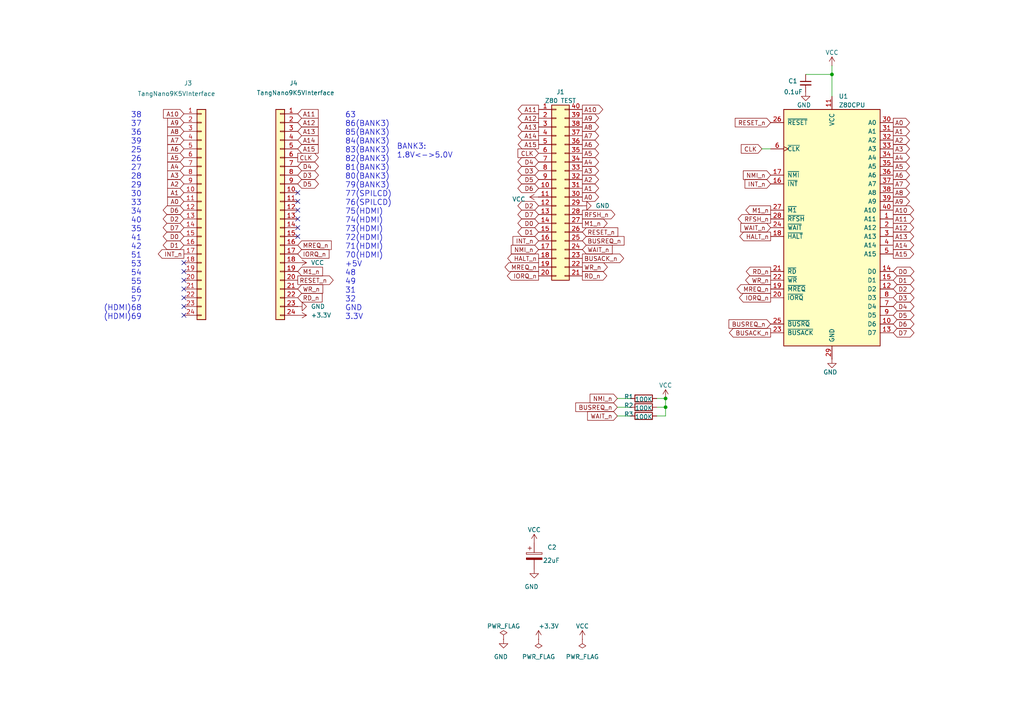
<source format=kicad_sch>
(kicad_sch
	(version 20231120)
	(generator "eeschema")
	(generator_version "8.0")
	(uuid "950dc676-9e3d-407d-bc99-f86cafc50614")
	(paper "A4")
	(title_block
		(title "Memory System for Z80 using Tang Nano 9K with 5V Interface")
		(date "2024-04-18")
		(rev "2.0")
		(company "Ryo Mukai")
	)
	(lib_symbols
		(symbol "000_MyLibrary:C_Polarized"
			(pin_numbers hide)
			(pin_names
				(offset 0.254)
			)
			(exclude_from_sim no)
			(in_bom yes)
			(on_board yes)
			(property "Reference" "C"
				(at 0.635 2.54 0)
				(effects
					(font
						(size 1.27 1.27)
					)
					(justify left)
				)
			)
			(property "Value" "C_Polarized"
				(at 0.635 -2.54 0)
				(effects
					(font
						(size 1.27 1.27)
					)
					(justify left)
				)
			)
			(property "Footprint" ""
				(at 0.9652 -3.81 0)
				(effects
					(font
						(size 1.27 1.27)
					)
					(hide yes)
				)
			)
			(property "Datasheet" "~"
				(at 0 0 0)
				(effects
					(font
						(size 1.27 1.27)
					)
					(hide yes)
				)
			)
			(property "Description" "Polarized capacitor"
				(at 0 0 0)
				(effects
					(font
						(size 1.27 1.27)
					)
					(hide yes)
				)
			)
			(property "ki_keywords" "cap capacitor"
				(at 0 0 0)
				(effects
					(font
						(size 1.27 1.27)
					)
					(hide yes)
				)
			)
			(property "ki_fp_filters" "CP_*"
				(at 0 0 0)
				(effects
					(font
						(size 1.27 1.27)
					)
					(hide yes)
				)
			)
			(symbol "C_Polarized_0_1"
				(rectangle
					(start -2.286 0.508)
					(end 2.286 1.016)
					(stroke
						(width 0)
						(type default)
					)
					(fill
						(type none)
					)
				)
				(polyline
					(pts
						(xy -1.778 2.286) (xy -0.762 2.286)
					)
					(stroke
						(width 0)
						(type default)
					)
					(fill
						(type none)
					)
				)
				(polyline
					(pts
						(xy -1.27 2.794) (xy -1.27 1.778)
					)
					(stroke
						(width 0)
						(type default)
					)
					(fill
						(type none)
					)
				)
				(rectangle
					(start 2.286 -0.508)
					(end -2.286 -1.016)
					(stroke
						(width 0)
						(type default)
					)
					(fill
						(type outline)
					)
				)
			)
			(symbol "C_Polarized_1_1"
				(pin passive line
					(at 0 3.81 270)
					(length 2.794)
					(name "~"
						(effects
							(font
								(size 1.27 1.27)
							)
						)
					)
					(number "1"
						(effects
							(font
								(size 1.27 1.27)
							)
						)
					)
				)
				(pin passive line
					(at 0 -3.81 90)
					(length 2.794)
					(name "~"
						(effects
							(font
								(size 1.27 1.27)
							)
						)
					)
					(number "2"
						(effects
							(font
								(size 1.27 1.27)
							)
						)
					)
				)
			)
		)
		(symbol "000_MyLibrary:C_Small"
			(pin_numbers hide)
			(pin_names
				(offset 0.254) hide)
			(exclude_from_sim no)
			(in_bom yes)
			(on_board yes)
			(property "Reference" "C"
				(at 0.254 1.778 0)
				(effects
					(font
						(size 1.27 1.27)
					)
					(justify left)
				)
			)
			(property "Value" "C_Small"
				(at 0.254 -2.032 0)
				(effects
					(font
						(size 1.27 1.27)
					)
					(justify left)
				)
			)
			(property "Footprint" ""
				(at 0 0 0)
				(effects
					(font
						(size 1.27 1.27)
					)
					(hide yes)
				)
			)
			(property "Datasheet" "~"
				(at 0 0 0)
				(effects
					(font
						(size 1.27 1.27)
					)
					(hide yes)
				)
			)
			(property "Description" "Unpolarized capacitor, small symbol"
				(at 0 0 0)
				(effects
					(font
						(size 1.27 1.27)
					)
					(hide yes)
				)
			)
			(property "ki_keywords" "capacitor cap"
				(at 0 0 0)
				(effects
					(font
						(size 1.27 1.27)
					)
					(hide yes)
				)
			)
			(property "ki_fp_filters" "C_*"
				(at 0 0 0)
				(effects
					(font
						(size 1.27 1.27)
					)
					(hide yes)
				)
			)
			(symbol "C_Small_0_1"
				(polyline
					(pts
						(xy -1.524 -0.508) (xy 1.524 -0.508)
					)
					(stroke
						(width 0.3302)
						(type default)
					)
					(fill
						(type none)
					)
				)
				(polyline
					(pts
						(xy -1.524 0.508) (xy 1.524 0.508)
					)
					(stroke
						(width 0.3048)
						(type default)
					)
					(fill
						(type none)
					)
				)
			)
			(symbol "C_Small_1_1"
				(pin passive line
					(at 0 2.54 270)
					(length 2.032)
					(name "~"
						(effects
							(font
								(size 1.27 1.27)
							)
						)
					)
					(number "1"
						(effects
							(font
								(size 1.27 1.27)
							)
						)
					)
				)
				(pin passive line
					(at 0 -2.54 90)
					(length 2.032)
					(name "~"
						(effects
							(font
								(size 1.27 1.27)
							)
						)
					)
					(number "2"
						(effects
							(font
								(size 1.27 1.27)
							)
						)
					)
				)
			)
		)
		(symbol "000_MyLibrary:Conn_01x24"
			(pin_names
				(offset 1.016) hide)
			(exclude_from_sim no)
			(in_bom yes)
			(on_board yes)
			(property "Reference" "J"
				(at 0 30.48 0)
				(effects
					(font
						(size 1.27 1.27)
					)
				)
			)
			(property "Value" "Conn_01x24"
				(at 0 -33.02 0)
				(effects
					(font
						(size 1.27 1.27)
					)
				)
			)
			(property "Footprint" ""
				(at 0 0 0)
				(effects
					(font
						(size 1.27 1.27)
					)
					(hide yes)
				)
			)
			(property "Datasheet" "~"
				(at 0 0 0)
				(effects
					(font
						(size 1.27 1.27)
					)
					(hide yes)
				)
			)
			(property "Description" "Generic connector, single row, 01x24, script generated (kicad-library-utils/schlib/autogen/connector/)"
				(at 0 0 0)
				(effects
					(font
						(size 1.27 1.27)
					)
					(hide yes)
				)
			)
			(property "ki_keywords" "connector"
				(at 0 0 0)
				(effects
					(font
						(size 1.27 1.27)
					)
					(hide yes)
				)
			)
			(property "ki_fp_filters" "Connector*:*_1x??_*"
				(at 0 0 0)
				(effects
					(font
						(size 1.27 1.27)
					)
					(hide yes)
				)
			)
			(symbol "Conn_01x24_1_1"
				(rectangle
					(start -1.27 -30.353)
					(end 0 -30.607)
					(stroke
						(width 0.1524)
						(type default)
					)
					(fill
						(type none)
					)
				)
				(rectangle
					(start -1.27 -27.813)
					(end 0 -28.067)
					(stroke
						(width 0.1524)
						(type default)
					)
					(fill
						(type none)
					)
				)
				(rectangle
					(start -1.27 -25.273)
					(end 0 -25.527)
					(stroke
						(width 0.1524)
						(type default)
					)
					(fill
						(type none)
					)
				)
				(rectangle
					(start -1.27 -22.733)
					(end 0 -22.987)
					(stroke
						(width 0.1524)
						(type default)
					)
					(fill
						(type none)
					)
				)
				(rectangle
					(start -1.27 -20.193)
					(end 0 -20.447)
					(stroke
						(width 0.1524)
						(type default)
					)
					(fill
						(type none)
					)
				)
				(rectangle
					(start -1.27 -17.653)
					(end 0 -17.907)
					(stroke
						(width 0.1524)
						(type default)
					)
					(fill
						(type none)
					)
				)
				(rectangle
					(start -1.27 -15.113)
					(end 0 -15.367)
					(stroke
						(width 0.1524)
						(type default)
					)
					(fill
						(type none)
					)
				)
				(rectangle
					(start -1.27 -12.573)
					(end 0 -12.827)
					(stroke
						(width 0.1524)
						(type default)
					)
					(fill
						(type none)
					)
				)
				(rectangle
					(start -1.27 -10.033)
					(end 0 -10.287)
					(stroke
						(width 0.1524)
						(type default)
					)
					(fill
						(type none)
					)
				)
				(rectangle
					(start -1.27 -7.493)
					(end 0 -7.747)
					(stroke
						(width 0.1524)
						(type default)
					)
					(fill
						(type none)
					)
				)
				(rectangle
					(start -1.27 -4.953)
					(end 0 -5.207)
					(stroke
						(width 0.1524)
						(type default)
					)
					(fill
						(type none)
					)
				)
				(rectangle
					(start -1.27 -2.413)
					(end 0 -2.667)
					(stroke
						(width 0.1524)
						(type default)
					)
					(fill
						(type none)
					)
				)
				(rectangle
					(start -1.27 0.127)
					(end 0 -0.127)
					(stroke
						(width 0.1524)
						(type default)
					)
					(fill
						(type none)
					)
				)
				(rectangle
					(start -1.27 2.667)
					(end 0 2.413)
					(stroke
						(width 0.1524)
						(type default)
					)
					(fill
						(type none)
					)
				)
				(rectangle
					(start -1.27 5.207)
					(end 0 4.953)
					(stroke
						(width 0.1524)
						(type default)
					)
					(fill
						(type none)
					)
				)
				(rectangle
					(start -1.27 7.747)
					(end 0 7.493)
					(stroke
						(width 0.1524)
						(type default)
					)
					(fill
						(type none)
					)
				)
				(rectangle
					(start -1.27 10.287)
					(end 0 10.033)
					(stroke
						(width 0.1524)
						(type default)
					)
					(fill
						(type none)
					)
				)
				(rectangle
					(start -1.27 12.827)
					(end 0 12.573)
					(stroke
						(width 0.1524)
						(type default)
					)
					(fill
						(type none)
					)
				)
				(rectangle
					(start -1.27 15.367)
					(end 0 15.113)
					(stroke
						(width 0.1524)
						(type default)
					)
					(fill
						(type none)
					)
				)
				(rectangle
					(start -1.27 17.907)
					(end 0 17.653)
					(stroke
						(width 0.1524)
						(type default)
					)
					(fill
						(type none)
					)
				)
				(rectangle
					(start -1.27 20.447)
					(end 0 20.193)
					(stroke
						(width 0.1524)
						(type default)
					)
					(fill
						(type none)
					)
				)
				(rectangle
					(start -1.27 22.987)
					(end 0 22.733)
					(stroke
						(width 0.1524)
						(type default)
					)
					(fill
						(type none)
					)
				)
				(rectangle
					(start -1.27 25.527)
					(end 0 25.273)
					(stroke
						(width 0.1524)
						(type default)
					)
					(fill
						(type none)
					)
				)
				(rectangle
					(start -1.27 28.067)
					(end 0 27.813)
					(stroke
						(width 0.1524)
						(type default)
					)
					(fill
						(type none)
					)
				)
				(rectangle
					(start -1.27 29.21)
					(end 1.27 -31.75)
					(stroke
						(width 0.254)
						(type default)
					)
					(fill
						(type background)
					)
				)
				(pin passive line
					(at -5.08 27.94 0)
					(length 3.81)
					(name "Pin_1"
						(effects
							(font
								(size 1.27 1.27)
							)
						)
					)
					(number "1"
						(effects
							(font
								(size 1.27 1.27)
							)
						)
					)
				)
				(pin passive line
					(at -5.08 5.08 0)
					(length 3.81)
					(name "Pin_10"
						(effects
							(font
								(size 1.27 1.27)
							)
						)
					)
					(number "10"
						(effects
							(font
								(size 1.27 1.27)
							)
						)
					)
				)
				(pin passive line
					(at -5.08 2.54 0)
					(length 3.81)
					(name "Pin_11"
						(effects
							(font
								(size 1.27 1.27)
							)
						)
					)
					(number "11"
						(effects
							(font
								(size 1.27 1.27)
							)
						)
					)
				)
				(pin passive line
					(at -5.08 0 0)
					(length 3.81)
					(name "Pin_12"
						(effects
							(font
								(size 1.27 1.27)
							)
						)
					)
					(number "12"
						(effects
							(font
								(size 1.27 1.27)
							)
						)
					)
				)
				(pin passive line
					(at -5.08 -2.54 0)
					(length 3.81)
					(name "Pin_13"
						(effects
							(font
								(size 1.27 1.27)
							)
						)
					)
					(number "13"
						(effects
							(font
								(size 1.27 1.27)
							)
						)
					)
				)
				(pin passive line
					(at -5.08 -5.08 0)
					(length 3.81)
					(name "Pin_14"
						(effects
							(font
								(size 1.27 1.27)
							)
						)
					)
					(number "14"
						(effects
							(font
								(size 1.27 1.27)
							)
						)
					)
				)
				(pin passive line
					(at -5.08 -7.62 0)
					(length 3.81)
					(name "Pin_15"
						(effects
							(font
								(size 1.27 1.27)
							)
						)
					)
					(number "15"
						(effects
							(font
								(size 1.27 1.27)
							)
						)
					)
				)
				(pin passive line
					(at -5.08 -10.16 0)
					(length 3.81)
					(name "Pin_16"
						(effects
							(font
								(size 1.27 1.27)
							)
						)
					)
					(number "16"
						(effects
							(font
								(size 1.27 1.27)
							)
						)
					)
				)
				(pin passive line
					(at -5.08 -12.7 0)
					(length 3.81)
					(name "Pin_17"
						(effects
							(font
								(size 1.27 1.27)
							)
						)
					)
					(number "17"
						(effects
							(font
								(size 1.27 1.27)
							)
						)
					)
				)
				(pin passive line
					(at -5.08 -15.24 0)
					(length 3.81)
					(name "Pin_18"
						(effects
							(font
								(size 1.27 1.27)
							)
						)
					)
					(number "18"
						(effects
							(font
								(size 1.27 1.27)
							)
						)
					)
				)
				(pin passive line
					(at -5.08 -17.78 0)
					(length 3.81)
					(name "Pin_19"
						(effects
							(font
								(size 1.27 1.27)
							)
						)
					)
					(number "19"
						(effects
							(font
								(size 1.27 1.27)
							)
						)
					)
				)
				(pin passive line
					(at -5.08 25.4 0)
					(length 3.81)
					(name "Pin_2"
						(effects
							(font
								(size 1.27 1.27)
							)
						)
					)
					(number "2"
						(effects
							(font
								(size 1.27 1.27)
							)
						)
					)
				)
				(pin passive line
					(at -5.08 -20.32 0)
					(length 3.81)
					(name "Pin_20"
						(effects
							(font
								(size 1.27 1.27)
							)
						)
					)
					(number "20"
						(effects
							(font
								(size 1.27 1.27)
							)
						)
					)
				)
				(pin passive line
					(at -5.08 -22.86 0)
					(length 3.81)
					(name "Pin_21"
						(effects
							(font
								(size 1.27 1.27)
							)
						)
					)
					(number "21"
						(effects
							(font
								(size 1.27 1.27)
							)
						)
					)
				)
				(pin passive line
					(at -5.08 -25.4 0)
					(length 3.81)
					(name "Pin_22"
						(effects
							(font
								(size 1.27 1.27)
							)
						)
					)
					(number "22"
						(effects
							(font
								(size 1.27 1.27)
							)
						)
					)
				)
				(pin passive line
					(at -5.08 -27.94 0)
					(length 3.81)
					(name "Pin_23"
						(effects
							(font
								(size 1.27 1.27)
							)
						)
					)
					(number "23"
						(effects
							(font
								(size 1.27 1.27)
							)
						)
					)
				)
				(pin passive line
					(at -5.08 -30.48 0)
					(length 3.81)
					(name "Pin_24"
						(effects
							(font
								(size 1.27 1.27)
							)
						)
					)
					(number "24"
						(effects
							(font
								(size 1.27 1.27)
							)
						)
					)
				)
				(pin passive line
					(at -5.08 22.86 0)
					(length 3.81)
					(name "Pin_3"
						(effects
							(font
								(size 1.27 1.27)
							)
						)
					)
					(number "3"
						(effects
							(font
								(size 1.27 1.27)
							)
						)
					)
				)
				(pin passive line
					(at -5.08 20.32 0)
					(length 3.81)
					(name "Pin_4"
						(effects
							(font
								(size 1.27 1.27)
							)
						)
					)
					(number "4"
						(effects
							(font
								(size 1.27 1.27)
							)
						)
					)
				)
				(pin passive line
					(at -5.08 17.78 0)
					(length 3.81)
					(name "Pin_5"
						(effects
							(font
								(size 1.27 1.27)
							)
						)
					)
					(number "5"
						(effects
							(font
								(size 1.27 1.27)
							)
						)
					)
				)
				(pin passive line
					(at -5.08 15.24 0)
					(length 3.81)
					(name "Pin_6"
						(effects
							(font
								(size 1.27 1.27)
							)
						)
					)
					(number "6"
						(effects
							(font
								(size 1.27 1.27)
							)
						)
					)
				)
				(pin passive line
					(at -5.08 12.7 0)
					(length 3.81)
					(name "Pin_7"
						(effects
							(font
								(size 1.27 1.27)
							)
						)
					)
					(number "7"
						(effects
							(font
								(size 1.27 1.27)
							)
						)
					)
				)
				(pin passive line
					(at -5.08 10.16 0)
					(length 3.81)
					(name "Pin_8"
						(effects
							(font
								(size 1.27 1.27)
							)
						)
					)
					(number "8"
						(effects
							(font
								(size 1.27 1.27)
							)
						)
					)
				)
				(pin passive line
					(at -5.08 7.62 0)
					(length 3.81)
					(name "Pin_9"
						(effects
							(font
								(size 1.27 1.27)
							)
						)
					)
					(number "9"
						(effects
							(font
								(size 1.27 1.27)
							)
						)
					)
				)
			)
		)
		(symbol "000_MyLibrary:Conn_02x20_Counter_Clockwise"
			(pin_names
				(offset 1.016) hide)
			(exclude_from_sim no)
			(in_bom yes)
			(on_board yes)
			(property "Reference" "J"
				(at 1.27 25.4 0)
				(effects
					(font
						(size 1.27 1.27)
					)
				)
			)
			(property "Value" "Conn_02x20_Counter_Clockwise"
				(at 1.27 -27.94 0)
				(effects
					(font
						(size 1.27 1.27)
					)
				)
			)
			(property "Footprint" ""
				(at 0 0 0)
				(effects
					(font
						(size 1.27 1.27)
					)
					(hide yes)
				)
			)
			(property "Datasheet" "~"
				(at 0 0 0)
				(effects
					(font
						(size 1.27 1.27)
					)
					(hide yes)
				)
			)
			(property "Description" "Generic connector, double row, 02x20, counter clockwise pin numbering scheme (similar to DIP package numbering), script generated (kicad-library-utils/schlib/autogen/connector/)"
				(at 0 0 0)
				(effects
					(font
						(size 1.27 1.27)
					)
					(hide yes)
				)
			)
			(property "ki_keywords" "connector"
				(at 0 0 0)
				(effects
					(font
						(size 1.27 1.27)
					)
					(hide yes)
				)
			)
			(property "ki_fp_filters" "Connector*:*_2x??_*"
				(at 0 0 0)
				(effects
					(font
						(size 1.27 1.27)
					)
					(hide yes)
				)
			)
			(symbol "Conn_02x20_Counter_Clockwise_1_1"
				(rectangle
					(start -1.27 -25.273)
					(end 0 -25.527)
					(stroke
						(width 0.1524)
						(type default)
					)
					(fill
						(type none)
					)
				)
				(rectangle
					(start -1.27 -22.733)
					(end 0 -22.987)
					(stroke
						(width 0.1524)
						(type default)
					)
					(fill
						(type none)
					)
				)
				(rectangle
					(start -1.27 -20.193)
					(end 0 -20.447)
					(stroke
						(width 0.1524)
						(type default)
					)
					(fill
						(type none)
					)
				)
				(rectangle
					(start -1.27 -17.653)
					(end 0 -17.907)
					(stroke
						(width 0.1524)
						(type default)
					)
					(fill
						(type none)
					)
				)
				(rectangle
					(start -1.27 -15.113)
					(end 0 -15.367)
					(stroke
						(width 0.1524)
						(type default)
					)
					(fill
						(type none)
					)
				)
				(rectangle
					(start -1.27 -12.573)
					(end 0 -12.827)
					(stroke
						(width 0.1524)
						(type default)
					)
					(fill
						(type none)
					)
				)
				(rectangle
					(start -1.27 -10.033)
					(end 0 -10.287)
					(stroke
						(width 0.1524)
						(type default)
					)
					(fill
						(type none)
					)
				)
				(rectangle
					(start -1.27 -7.493)
					(end 0 -7.747)
					(stroke
						(width 0.1524)
						(type default)
					)
					(fill
						(type none)
					)
				)
				(rectangle
					(start -1.27 -4.953)
					(end 0 -5.207)
					(stroke
						(width 0.1524)
						(type default)
					)
					(fill
						(type none)
					)
				)
				(rectangle
					(start -1.27 -2.413)
					(end 0 -2.667)
					(stroke
						(width 0.1524)
						(type default)
					)
					(fill
						(type none)
					)
				)
				(rectangle
					(start -1.27 0.127)
					(end 0 -0.127)
					(stroke
						(width 0.1524)
						(type default)
					)
					(fill
						(type none)
					)
				)
				(rectangle
					(start -1.27 2.667)
					(end 0 2.413)
					(stroke
						(width 0.1524)
						(type default)
					)
					(fill
						(type none)
					)
				)
				(rectangle
					(start -1.27 5.207)
					(end 0 4.953)
					(stroke
						(width 0.1524)
						(type default)
					)
					(fill
						(type none)
					)
				)
				(rectangle
					(start -1.27 7.747)
					(end 0 7.493)
					(stroke
						(width 0.1524)
						(type default)
					)
					(fill
						(type none)
					)
				)
				(rectangle
					(start -1.27 10.287)
					(end 0 10.033)
					(stroke
						(width 0.1524)
						(type default)
					)
					(fill
						(type none)
					)
				)
				(rectangle
					(start -1.27 12.827)
					(end 0 12.573)
					(stroke
						(width 0.1524)
						(type default)
					)
					(fill
						(type none)
					)
				)
				(rectangle
					(start -1.27 15.367)
					(end 0 15.113)
					(stroke
						(width 0.1524)
						(type default)
					)
					(fill
						(type none)
					)
				)
				(rectangle
					(start -1.27 17.907)
					(end 0 17.653)
					(stroke
						(width 0.1524)
						(type default)
					)
					(fill
						(type none)
					)
				)
				(rectangle
					(start -1.27 20.447)
					(end 0 20.193)
					(stroke
						(width 0.1524)
						(type default)
					)
					(fill
						(type none)
					)
				)
				(rectangle
					(start -1.27 22.987)
					(end 0 22.733)
					(stroke
						(width 0.1524)
						(type default)
					)
					(fill
						(type none)
					)
				)
				(rectangle
					(start -1.27 24.13)
					(end 3.81 -26.67)
					(stroke
						(width 0.254)
						(type default)
					)
					(fill
						(type background)
					)
				)
				(rectangle
					(start 3.81 -25.273)
					(end 2.54 -25.527)
					(stroke
						(width 0.1524)
						(type default)
					)
					(fill
						(type none)
					)
				)
				(rectangle
					(start 3.81 -22.733)
					(end 2.54 -22.987)
					(stroke
						(width 0.1524)
						(type default)
					)
					(fill
						(type none)
					)
				)
				(rectangle
					(start 3.81 -20.193)
					(end 2.54 -20.447)
					(stroke
						(width 0.1524)
						(type default)
					)
					(fill
						(type none)
					)
				)
				(rectangle
					(start 3.81 -17.653)
					(end 2.54 -17.907)
					(stroke
						(width 0.1524)
						(type default)
					)
					(fill
						(type none)
					)
				)
				(rectangle
					(start 3.81 -15.113)
					(end 2.54 -15.367)
					(stroke
						(width 0.1524)
						(type default)
					)
					(fill
						(type none)
					)
				)
				(rectangle
					(start 3.81 -12.573)
					(end 2.54 -12.827)
					(stroke
						(width 0.1524)
						(type default)
					)
					(fill
						(type none)
					)
				)
				(rectangle
					(start 3.81 -10.033)
					(end 2.54 -10.287)
					(stroke
						(width 0.1524)
						(type default)
					)
					(fill
						(type none)
					)
				)
				(rectangle
					(start 3.81 -7.493)
					(end 2.54 -7.747)
					(stroke
						(width 0.1524)
						(type default)
					)
					(fill
						(type none)
					)
				)
				(rectangle
					(start 3.81 -4.953)
					(end 2.54 -5.207)
					(stroke
						(width 0.1524)
						(type default)
					)
					(fill
						(type none)
					)
				)
				(rectangle
					(start 3.81 -2.413)
					(end 2.54 -2.667)
					(stroke
						(width 0.1524)
						(type default)
					)
					(fill
						(type none)
					)
				)
				(rectangle
					(start 3.81 0.127)
					(end 2.54 -0.127)
					(stroke
						(width 0.1524)
						(type default)
					)
					(fill
						(type none)
					)
				)
				(rectangle
					(start 3.81 2.667)
					(end 2.54 2.413)
					(stroke
						(width 0.1524)
						(type default)
					)
					(fill
						(type none)
					)
				)
				(rectangle
					(start 3.81 5.207)
					(end 2.54 4.953)
					(stroke
						(width 0.1524)
						(type default)
					)
					(fill
						(type none)
					)
				)
				(rectangle
					(start 3.81 7.747)
					(end 2.54 7.493)
					(stroke
						(width 0.1524)
						(type default)
					)
					(fill
						(type none)
					)
				)
				(rectangle
					(start 3.81 10.287)
					(end 2.54 10.033)
					(stroke
						(width 0.1524)
						(type default)
					)
					(fill
						(type none)
					)
				)
				(rectangle
					(start 3.81 12.827)
					(end 2.54 12.573)
					(stroke
						(width 0.1524)
						(type default)
					)
					(fill
						(type none)
					)
				)
				(rectangle
					(start 3.81 15.367)
					(end 2.54 15.113)
					(stroke
						(width 0.1524)
						(type default)
					)
					(fill
						(type none)
					)
				)
				(rectangle
					(start 3.81 17.907)
					(end 2.54 17.653)
					(stroke
						(width 0.1524)
						(type default)
					)
					(fill
						(type none)
					)
				)
				(rectangle
					(start 3.81 20.447)
					(end 2.54 20.193)
					(stroke
						(width 0.1524)
						(type default)
					)
					(fill
						(type none)
					)
				)
				(rectangle
					(start 3.81 22.987)
					(end 2.54 22.733)
					(stroke
						(width 0.1524)
						(type default)
					)
					(fill
						(type none)
					)
				)
				(pin passive line
					(at -5.08 22.86 0)
					(length 3.81)
					(name "Pin_1"
						(effects
							(font
								(size 1.27 1.27)
							)
						)
					)
					(number "1"
						(effects
							(font
								(size 1.27 1.27)
							)
						)
					)
				)
				(pin passive line
					(at -5.08 0 0)
					(length 3.81)
					(name "Pin_10"
						(effects
							(font
								(size 1.27 1.27)
							)
						)
					)
					(number "10"
						(effects
							(font
								(size 1.27 1.27)
							)
						)
					)
				)
				(pin passive line
					(at -5.08 -2.54 0)
					(length 3.81)
					(name "Pin_11"
						(effects
							(font
								(size 1.27 1.27)
							)
						)
					)
					(number "11"
						(effects
							(font
								(size 1.27 1.27)
							)
						)
					)
				)
				(pin passive line
					(at -5.08 -5.08 0)
					(length 3.81)
					(name "Pin_12"
						(effects
							(font
								(size 1.27 1.27)
							)
						)
					)
					(number "12"
						(effects
							(font
								(size 1.27 1.27)
							)
						)
					)
				)
				(pin passive line
					(at -5.08 -7.62 0)
					(length 3.81)
					(name "Pin_13"
						(effects
							(font
								(size 1.27 1.27)
							)
						)
					)
					(number "13"
						(effects
							(font
								(size 1.27 1.27)
							)
						)
					)
				)
				(pin passive line
					(at -5.08 -10.16 0)
					(length 3.81)
					(name "Pin_14"
						(effects
							(font
								(size 1.27 1.27)
							)
						)
					)
					(number "14"
						(effects
							(font
								(size 1.27 1.27)
							)
						)
					)
				)
				(pin passive line
					(at -5.08 -12.7 0)
					(length 3.81)
					(name "Pin_15"
						(effects
							(font
								(size 1.27 1.27)
							)
						)
					)
					(number "15"
						(effects
							(font
								(size 1.27 1.27)
							)
						)
					)
				)
				(pin passive line
					(at -5.08 -15.24 0)
					(length 3.81)
					(name "Pin_16"
						(effects
							(font
								(size 1.27 1.27)
							)
						)
					)
					(number "16"
						(effects
							(font
								(size 1.27 1.27)
							)
						)
					)
				)
				(pin passive line
					(at -5.08 -17.78 0)
					(length 3.81)
					(name "Pin_17"
						(effects
							(font
								(size 1.27 1.27)
							)
						)
					)
					(number "17"
						(effects
							(font
								(size 1.27 1.27)
							)
						)
					)
				)
				(pin passive line
					(at -5.08 -20.32 0)
					(length 3.81)
					(name "Pin_18"
						(effects
							(font
								(size 1.27 1.27)
							)
						)
					)
					(number "18"
						(effects
							(font
								(size 1.27 1.27)
							)
						)
					)
				)
				(pin passive line
					(at -5.08 -22.86 0)
					(length 3.81)
					(name "Pin_19"
						(effects
							(font
								(size 1.27 1.27)
							)
						)
					)
					(number "19"
						(effects
							(font
								(size 1.27 1.27)
							)
						)
					)
				)
				(pin passive line
					(at -5.08 20.32 0)
					(length 3.81)
					(name "Pin_2"
						(effects
							(font
								(size 1.27 1.27)
							)
						)
					)
					(number "2"
						(effects
							(font
								(size 1.27 1.27)
							)
						)
					)
				)
				(pin passive line
					(at -5.08 -25.4 0)
					(length 3.81)
					(name "Pin_20"
						(effects
							(font
								(size 1.27 1.27)
							)
						)
					)
					(number "20"
						(effects
							(font
								(size 1.27 1.27)
							)
						)
					)
				)
				(pin passive line
					(at 7.62 -25.4 180)
					(length 3.81)
					(name "Pin_21"
						(effects
							(font
								(size 1.27 1.27)
							)
						)
					)
					(number "21"
						(effects
							(font
								(size 1.27 1.27)
							)
						)
					)
				)
				(pin passive line
					(at 7.62 -22.86 180)
					(length 3.81)
					(name "Pin_22"
						(effects
							(font
								(size 1.27 1.27)
							)
						)
					)
					(number "22"
						(effects
							(font
								(size 1.27 1.27)
							)
						)
					)
				)
				(pin passive line
					(at 7.62 -20.32 180)
					(length 3.81)
					(name "Pin_23"
						(effects
							(font
								(size 1.27 1.27)
							)
						)
					)
					(number "23"
						(effects
							(font
								(size 1.27 1.27)
							)
						)
					)
				)
				(pin passive line
					(at 7.62 -17.78 180)
					(length 3.81)
					(name "Pin_24"
						(effects
							(font
								(size 1.27 1.27)
							)
						)
					)
					(number "24"
						(effects
							(font
								(size 1.27 1.27)
							)
						)
					)
				)
				(pin passive line
					(at 7.62 -15.24 180)
					(length 3.81)
					(name "Pin_25"
						(effects
							(font
								(size 1.27 1.27)
							)
						)
					)
					(number "25"
						(effects
							(font
								(size 1.27 1.27)
							)
						)
					)
				)
				(pin passive line
					(at 7.62 -12.7 180)
					(length 3.81)
					(name "Pin_26"
						(effects
							(font
								(size 1.27 1.27)
							)
						)
					)
					(number "26"
						(effects
							(font
								(size 1.27 1.27)
							)
						)
					)
				)
				(pin passive line
					(at 7.62 -10.16 180)
					(length 3.81)
					(name "Pin_27"
						(effects
							(font
								(size 1.27 1.27)
							)
						)
					)
					(number "27"
						(effects
							(font
								(size 1.27 1.27)
							)
						)
					)
				)
				(pin passive line
					(at 7.62 -7.62 180)
					(length 3.81)
					(name "Pin_28"
						(effects
							(font
								(size 1.27 1.27)
							)
						)
					)
					(number "28"
						(effects
							(font
								(size 1.27 1.27)
							)
						)
					)
				)
				(pin passive line
					(at 7.62 -5.08 180)
					(length 3.81)
					(name "Pin_29"
						(effects
							(font
								(size 1.27 1.27)
							)
						)
					)
					(number "29"
						(effects
							(font
								(size 1.27 1.27)
							)
						)
					)
				)
				(pin passive line
					(at -5.08 17.78 0)
					(length 3.81)
					(name "Pin_3"
						(effects
							(font
								(size 1.27 1.27)
							)
						)
					)
					(number "3"
						(effects
							(font
								(size 1.27 1.27)
							)
						)
					)
				)
				(pin passive line
					(at 7.62 -2.54 180)
					(length 3.81)
					(name "Pin_30"
						(effects
							(font
								(size 1.27 1.27)
							)
						)
					)
					(number "30"
						(effects
							(font
								(size 1.27 1.27)
							)
						)
					)
				)
				(pin passive line
					(at 7.62 0 180)
					(length 3.81)
					(name "Pin_31"
						(effects
							(font
								(size 1.27 1.27)
							)
						)
					)
					(number "31"
						(effects
							(font
								(size 1.27 1.27)
							)
						)
					)
				)
				(pin passive line
					(at 7.62 2.54 180)
					(length 3.81)
					(name "Pin_32"
						(effects
							(font
								(size 1.27 1.27)
							)
						)
					)
					(number "32"
						(effects
							(font
								(size 1.27 1.27)
							)
						)
					)
				)
				(pin passive line
					(at 7.62 5.08 180)
					(length 3.81)
					(name "Pin_33"
						(effects
							(font
								(size 1.27 1.27)
							)
						)
					)
					(number "33"
						(effects
							(font
								(size 1.27 1.27)
							)
						)
					)
				)
				(pin passive line
					(at 7.62 7.62 180)
					(length 3.81)
					(name "Pin_34"
						(effects
							(font
								(size 1.27 1.27)
							)
						)
					)
					(number "34"
						(effects
							(font
								(size 1.27 1.27)
							)
						)
					)
				)
				(pin passive line
					(at 7.62 10.16 180)
					(length 3.81)
					(name "Pin_35"
						(effects
							(font
								(size 1.27 1.27)
							)
						)
					)
					(number "35"
						(effects
							(font
								(size 1.27 1.27)
							)
						)
					)
				)
				(pin passive line
					(at 7.62 12.7 180)
					(length 3.81)
					(name "Pin_36"
						(effects
							(font
								(size 1.27 1.27)
							)
						)
					)
					(number "36"
						(effects
							(font
								(size 1.27 1.27)
							)
						)
					)
				)
				(pin passive line
					(at 7.62 15.24 180)
					(length 3.81)
					(name "Pin_37"
						(effects
							(font
								(size 1.27 1.27)
							)
						)
					)
					(number "37"
						(effects
							(font
								(size 1.27 1.27)
							)
						)
					)
				)
				(pin passive line
					(at 7.62 17.78 180)
					(length 3.81)
					(name "Pin_38"
						(effects
							(font
								(size 1.27 1.27)
							)
						)
					)
					(number "38"
						(effects
							(font
								(size 1.27 1.27)
							)
						)
					)
				)
				(pin passive line
					(at 7.62 20.32 180)
					(length 3.81)
					(name "Pin_39"
						(effects
							(font
								(size 1.27 1.27)
							)
						)
					)
					(number "39"
						(effects
							(font
								(size 1.27 1.27)
							)
						)
					)
				)
				(pin passive line
					(at -5.08 15.24 0)
					(length 3.81)
					(name "Pin_4"
						(effects
							(font
								(size 1.27 1.27)
							)
						)
					)
					(number "4"
						(effects
							(font
								(size 1.27 1.27)
							)
						)
					)
				)
				(pin passive line
					(at 7.62 22.86 180)
					(length 3.81)
					(name "Pin_40"
						(effects
							(font
								(size 1.27 1.27)
							)
						)
					)
					(number "40"
						(effects
							(font
								(size 1.27 1.27)
							)
						)
					)
				)
				(pin passive line
					(at -5.08 12.7 0)
					(length 3.81)
					(name "Pin_5"
						(effects
							(font
								(size 1.27 1.27)
							)
						)
					)
					(number "5"
						(effects
							(font
								(size 1.27 1.27)
							)
						)
					)
				)
				(pin passive line
					(at -5.08 10.16 0)
					(length 3.81)
					(name "Pin_6"
						(effects
							(font
								(size 1.27 1.27)
							)
						)
					)
					(number "6"
						(effects
							(font
								(size 1.27 1.27)
							)
						)
					)
				)
				(pin passive line
					(at -5.08 7.62 0)
					(length 3.81)
					(name "Pin_7"
						(effects
							(font
								(size 1.27 1.27)
							)
						)
					)
					(number "7"
						(effects
							(font
								(size 1.27 1.27)
							)
						)
					)
				)
				(pin passive line
					(at -5.08 5.08 0)
					(length 3.81)
					(name "Pin_8"
						(effects
							(font
								(size 1.27 1.27)
							)
						)
					)
					(number "8"
						(effects
							(font
								(size 1.27 1.27)
							)
						)
					)
				)
				(pin passive line
					(at -5.08 2.54 0)
					(length 3.81)
					(name "Pin_9"
						(effects
							(font
								(size 1.27 1.27)
							)
						)
					)
					(number "9"
						(effects
							(font
								(size 1.27 1.27)
							)
						)
					)
				)
			)
		)
		(symbol "000_MyLibrary:R"
			(pin_numbers hide)
			(pin_names
				(offset 0)
			)
			(exclude_from_sim no)
			(in_bom yes)
			(on_board yes)
			(property "Reference" "R"
				(at 2.032 0 90)
				(effects
					(font
						(size 1.27 1.27)
					)
				)
			)
			(property "Value" "R"
				(at 0 0 90)
				(effects
					(font
						(size 1.27 1.27)
					)
				)
			)
			(property "Footprint" ""
				(at -1.778 0 90)
				(effects
					(font
						(size 1.27 1.27)
					)
					(hide yes)
				)
			)
			(property "Datasheet" "~"
				(at 0 0 0)
				(effects
					(font
						(size 1.27 1.27)
					)
					(hide yes)
				)
			)
			(property "Description" "Resistor"
				(at 0 0 0)
				(effects
					(font
						(size 1.27 1.27)
					)
					(hide yes)
				)
			)
			(property "ki_keywords" "R res resistor"
				(at 0 0 0)
				(effects
					(font
						(size 1.27 1.27)
					)
					(hide yes)
				)
			)
			(property "ki_fp_filters" "R_*"
				(at 0 0 0)
				(effects
					(font
						(size 1.27 1.27)
					)
					(hide yes)
				)
			)
			(symbol "R_0_1"
				(rectangle
					(start -1.016 -2.54)
					(end 1.016 2.54)
					(stroke
						(width 0.254)
						(type default)
					)
					(fill
						(type none)
					)
				)
			)
			(symbol "R_1_1"
				(pin passive line
					(at 0 3.81 270)
					(length 1.27)
					(name "~"
						(effects
							(font
								(size 1.27 1.27)
							)
						)
					)
					(number "1"
						(effects
							(font
								(size 1.27 1.27)
							)
						)
					)
				)
				(pin passive line
					(at 0 -3.81 90)
					(length 1.27)
					(name "~"
						(effects
							(font
								(size 1.27 1.27)
							)
						)
					)
					(number "2"
						(effects
							(font
								(size 1.27 1.27)
							)
						)
					)
				)
			)
		)
		(symbol "CPU:Z80CPU"
			(pin_names
				(offset 1.016)
			)
			(exclude_from_sim no)
			(in_bom yes)
			(on_board yes)
			(property "Reference" "U"
				(at -13.97 35.56 0)
				(effects
					(font
						(size 1.27 1.27)
					)
					(justify left)
				)
			)
			(property "Value" "Z80CPU"
				(at 6.35 35.56 0)
				(effects
					(font
						(size 1.27 1.27)
					)
					(justify left)
				)
			)
			(property "Footprint" ""
				(at 0 10.16 0)
				(effects
					(font
						(size 1.27 1.27)
					)
					(hide yes)
				)
			)
			(property "Datasheet" "www.zilog.com/manage_directlink.php?filepath=docs/z80/um0080"
				(at 0 10.16 0)
				(effects
					(font
						(size 1.27 1.27)
					)
					(hide yes)
				)
			)
			(property "Description" "8-bit General Purpose Microprocessor, DIP-40"
				(at 0 0 0)
				(effects
					(font
						(size 1.27 1.27)
					)
					(hide yes)
				)
			)
			(property "ki_keywords" "Z80 CPU uP"
				(at 0 0 0)
				(effects
					(font
						(size 1.27 1.27)
					)
					(hide yes)
				)
			)
			(property "ki_fp_filters" "DIP* PDIP*"
				(at 0 0 0)
				(effects
					(font
						(size 1.27 1.27)
					)
					(hide yes)
				)
			)
			(symbol "Z80CPU_0_1"
				(rectangle
					(start -13.97 34.29)
					(end 13.97 -34.29)
					(stroke
						(width 0.254)
						(type default)
					)
					(fill
						(type background)
					)
				)
			)
			(symbol "Z80CPU_1_1"
				(pin output line
					(at 17.78 2.54 180)
					(length 3.81)
					(name "A11"
						(effects
							(font
								(size 1.27 1.27)
							)
						)
					)
					(number "1"
						(effects
							(font
								(size 1.27 1.27)
							)
						)
					)
				)
				(pin bidirectional line
					(at 17.78 -27.94 180)
					(length 3.81)
					(name "D6"
						(effects
							(font
								(size 1.27 1.27)
							)
						)
					)
					(number "10"
						(effects
							(font
								(size 1.27 1.27)
							)
						)
					)
				)
				(pin power_in line
					(at 0 38.1 270)
					(length 3.81)
					(name "VCC"
						(effects
							(font
								(size 1.27 1.27)
							)
						)
					)
					(number "11"
						(effects
							(font
								(size 1.27 1.27)
							)
						)
					)
				)
				(pin bidirectional line
					(at 17.78 -17.78 180)
					(length 3.81)
					(name "D2"
						(effects
							(font
								(size 1.27 1.27)
							)
						)
					)
					(number "12"
						(effects
							(font
								(size 1.27 1.27)
							)
						)
					)
				)
				(pin bidirectional line
					(at 17.78 -30.48 180)
					(length 3.81)
					(name "D7"
						(effects
							(font
								(size 1.27 1.27)
							)
						)
					)
					(number "13"
						(effects
							(font
								(size 1.27 1.27)
							)
						)
					)
				)
				(pin bidirectional line
					(at 17.78 -12.7 180)
					(length 3.81)
					(name "D0"
						(effects
							(font
								(size 1.27 1.27)
							)
						)
					)
					(number "14"
						(effects
							(font
								(size 1.27 1.27)
							)
						)
					)
				)
				(pin bidirectional line
					(at 17.78 -15.24 180)
					(length 3.81)
					(name "D1"
						(effects
							(font
								(size 1.27 1.27)
							)
						)
					)
					(number "15"
						(effects
							(font
								(size 1.27 1.27)
							)
						)
					)
				)
				(pin input line
					(at -17.78 12.7 0)
					(length 3.81)
					(name "~{INT}"
						(effects
							(font
								(size 1.27 1.27)
							)
						)
					)
					(number "16"
						(effects
							(font
								(size 1.27 1.27)
							)
						)
					)
				)
				(pin input line
					(at -17.78 15.24 0)
					(length 3.81)
					(name "~{NMI}"
						(effects
							(font
								(size 1.27 1.27)
							)
						)
					)
					(number "17"
						(effects
							(font
								(size 1.27 1.27)
							)
						)
					)
				)
				(pin output line
					(at -17.78 -2.54 0)
					(length 3.81)
					(name "~{HALT}"
						(effects
							(font
								(size 1.27 1.27)
							)
						)
					)
					(number "18"
						(effects
							(font
								(size 1.27 1.27)
							)
						)
					)
				)
				(pin output line
					(at -17.78 -17.78 0)
					(length 3.81)
					(name "~{MREQ}"
						(effects
							(font
								(size 1.27 1.27)
							)
						)
					)
					(number "19"
						(effects
							(font
								(size 1.27 1.27)
							)
						)
					)
				)
				(pin output line
					(at 17.78 0 180)
					(length 3.81)
					(name "A12"
						(effects
							(font
								(size 1.27 1.27)
							)
						)
					)
					(number "2"
						(effects
							(font
								(size 1.27 1.27)
							)
						)
					)
				)
				(pin output line
					(at -17.78 -20.32 0)
					(length 3.81)
					(name "~{IORQ}"
						(effects
							(font
								(size 1.27 1.27)
							)
						)
					)
					(number "20"
						(effects
							(font
								(size 1.27 1.27)
							)
						)
					)
				)
				(pin output line
					(at -17.78 -12.7 0)
					(length 3.81)
					(name "~{RD}"
						(effects
							(font
								(size 1.27 1.27)
							)
						)
					)
					(number "21"
						(effects
							(font
								(size 1.27 1.27)
							)
						)
					)
				)
				(pin output line
					(at -17.78 -15.24 0)
					(length 3.81)
					(name "~{WR}"
						(effects
							(font
								(size 1.27 1.27)
							)
						)
					)
					(number "22"
						(effects
							(font
								(size 1.27 1.27)
							)
						)
					)
				)
				(pin output line
					(at -17.78 -30.48 0)
					(length 3.81)
					(name "~{BUSACK}"
						(effects
							(font
								(size 1.27 1.27)
							)
						)
					)
					(number "23"
						(effects
							(font
								(size 1.27 1.27)
							)
						)
					)
				)
				(pin input line
					(at -17.78 0 0)
					(length 3.81)
					(name "~{WAIT}"
						(effects
							(font
								(size 1.27 1.27)
							)
						)
					)
					(number "24"
						(effects
							(font
								(size 1.27 1.27)
							)
						)
					)
				)
				(pin input line
					(at -17.78 -27.94 0)
					(length 3.81)
					(name "~{BUSRQ}"
						(effects
							(font
								(size 1.27 1.27)
							)
						)
					)
					(number "25"
						(effects
							(font
								(size 1.27 1.27)
							)
						)
					)
				)
				(pin input line
					(at -17.78 30.48 0)
					(length 3.81)
					(name "~{RESET}"
						(effects
							(font
								(size 1.27 1.27)
							)
						)
					)
					(number "26"
						(effects
							(font
								(size 1.27 1.27)
							)
						)
					)
				)
				(pin output line
					(at -17.78 5.08 0)
					(length 3.81)
					(name "~{M1}"
						(effects
							(font
								(size 1.27 1.27)
							)
						)
					)
					(number "27"
						(effects
							(font
								(size 1.27 1.27)
							)
						)
					)
				)
				(pin output line
					(at -17.78 2.54 0)
					(length 3.81)
					(name "~{RFSH}"
						(effects
							(font
								(size 1.27 1.27)
							)
						)
					)
					(number "28"
						(effects
							(font
								(size 1.27 1.27)
							)
						)
					)
				)
				(pin power_in line
					(at 0 -38.1 90)
					(length 3.81)
					(name "GND"
						(effects
							(font
								(size 1.27 1.27)
							)
						)
					)
					(number "29"
						(effects
							(font
								(size 1.27 1.27)
							)
						)
					)
				)
				(pin output line
					(at 17.78 -2.54 180)
					(length 3.81)
					(name "A13"
						(effects
							(font
								(size 1.27 1.27)
							)
						)
					)
					(number "3"
						(effects
							(font
								(size 1.27 1.27)
							)
						)
					)
				)
				(pin output line
					(at 17.78 30.48 180)
					(length 3.81)
					(name "A0"
						(effects
							(font
								(size 1.27 1.27)
							)
						)
					)
					(number "30"
						(effects
							(font
								(size 1.27 1.27)
							)
						)
					)
				)
				(pin output line
					(at 17.78 27.94 180)
					(length 3.81)
					(name "A1"
						(effects
							(font
								(size 1.27 1.27)
							)
						)
					)
					(number "31"
						(effects
							(font
								(size 1.27 1.27)
							)
						)
					)
				)
				(pin output line
					(at 17.78 25.4 180)
					(length 3.81)
					(name "A2"
						(effects
							(font
								(size 1.27 1.27)
							)
						)
					)
					(number "32"
						(effects
							(font
								(size 1.27 1.27)
							)
						)
					)
				)
				(pin output line
					(at 17.78 22.86 180)
					(length 3.81)
					(name "A3"
						(effects
							(font
								(size 1.27 1.27)
							)
						)
					)
					(number "33"
						(effects
							(font
								(size 1.27 1.27)
							)
						)
					)
				)
				(pin output line
					(at 17.78 20.32 180)
					(length 3.81)
					(name "A4"
						(effects
							(font
								(size 1.27 1.27)
							)
						)
					)
					(number "34"
						(effects
							(font
								(size 1.27 1.27)
							)
						)
					)
				)
				(pin output line
					(at 17.78 17.78 180)
					(length 3.81)
					(name "A5"
						(effects
							(font
								(size 1.27 1.27)
							)
						)
					)
					(number "35"
						(effects
							(font
								(size 1.27 1.27)
							)
						)
					)
				)
				(pin output line
					(at 17.78 15.24 180)
					(length 3.81)
					(name "A6"
						(effects
							(font
								(size 1.27 1.27)
							)
						)
					)
					(number "36"
						(effects
							(font
								(size 1.27 1.27)
							)
						)
					)
				)
				(pin output line
					(at 17.78 12.7 180)
					(length 3.81)
					(name "A7"
						(effects
							(font
								(size 1.27 1.27)
							)
						)
					)
					(number "37"
						(effects
							(font
								(size 1.27 1.27)
							)
						)
					)
				)
				(pin output line
					(at 17.78 10.16 180)
					(length 3.81)
					(name "A8"
						(effects
							(font
								(size 1.27 1.27)
							)
						)
					)
					(number "38"
						(effects
							(font
								(size 1.27 1.27)
							)
						)
					)
				)
				(pin output line
					(at 17.78 7.62 180)
					(length 3.81)
					(name "A9"
						(effects
							(font
								(size 1.27 1.27)
							)
						)
					)
					(number "39"
						(effects
							(font
								(size 1.27 1.27)
							)
						)
					)
				)
				(pin output line
					(at 17.78 -5.08 180)
					(length 3.81)
					(name "A14"
						(effects
							(font
								(size 1.27 1.27)
							)
						)
					)
					(number "4"
						(effects
							(font
								(size 1.27 1.27)
							)
						)
					)
				)
				(pin output line
					(at 17.78 5.08 180)
					(length 3.81)
					(name "A10"
						(effects
							(font
								(size 1.27 1.27)
							)
						)
					)
					(number "40"
						(effects
							(font
								(size 1.27 1.27)
							)
						)
					)
				)
				(pin output line
					(at 17.78 -7.62 180)
					(length 3.81)
					(name "A15"
						(effects
							(font
								(size 1.27 1.27)
							)
						)
					)
					(number "5"
						(effects
							(font
								(size 1.27 1.27)
							)
						)
					)
				)
				(pin input clock
					(at -17.78 22.86 0)
					(length 3.81)
					(name "~{CLK}"
						(effects
							(font
								(size 1.27 1.27)
							)
						)
					)
					(number "6"
						(effects
							(font
								(size 1.27 1.27)
							)
						)
					)
				)
				(pin bidirectional line
					(at 17.78 -22.86 180)
					(length 3.81)
					(name "D4"
						(effects
							(font
								(size 1.27 1.27)
							)
						)
					)
					(number "7"
						(effects
							(font
								(size 1.27 1.27)
							)
						)
					)
				)
				(pin bidirectional line
					(at 17.78 -20.32 180)
					(length 3.81)
					(name "D3"
						(effects
							(font
								(size 1.27 1.27)
							)
						)
					)
					(number "8"
						(effects
							(font
								(size 1.27 1.27)
							)
						)
					)
				)
				(pin bidirectional line
					(at 17.78 -25.4 180)
					(length 3.81)
					(name "D5"
						(effects
							(font
								(size 1.27 1.27)
							)
						)
					)
					(number "9"
						(effects
							(font
								(size 1.27 1.27)
							)
						)
					)
				)
			)
		)
		(symbol "power:+3.3V"
			(power)
			(pin_numbers hide)
			(pin_names
				(offset 0) hide)
			(exclude_from_sim no)
			(in_bom yes)
			(on_board yes)
			(property "Reference" "#PWR"
				(at 0 -3.81 0)
				(effects
					(font
						(size 1.27 1.27)
					)
					(hide yes)
				)
			)
			(property "Value" "+3.3V"
				(at 0 3.556 0)
				(effects
					(font
						(size 1.27 1.27)
					)
				)
			)
			(property "Footprint" ""
				(at 0 0 0)
				(effects
					(font
						(size 1.27 1.27)
					)
					(hide yes)
				)
			)
			(property "Datasheet" ""
				(at 0 0 0)
				(effects
					(font
						(size 1.27 1.27)
					)
					(hide yes)
				)
			)
			(property "Description" "Power symbol creates a global label with name \"+3.3V\""
				(at 0 0 0)
				(effects
					(font
						(size 1.27 1.27)
					)
					(hide yes)
				)
			)
			(property "ki_keywords" "global power"
				(at 0 0 0)
				(effects
					(font
						(size 1.27 1.27)
					)
					(hide yes)
				)
			)
			(symbol "+3.3V_0_1"
				(polyline
					(pts
						(xy -0.762 1.27) (xy 0 2.54)
					)
					(stroke
						(width 0)
						(type default)
					)
					(fill
						(type none)
					)
				)
				(polyline
					(pts
						(xy 0 0) (xy 0 2.54)
					)
					(stroke
						(width 0)
						(type default)
					)
					(fill
						(type none)
					)
				)
				(polyline
					(pts
						(xy 0 2.54) (xy 0.762 1.27)
					)
					(stroke
						(width 0)
						(type default)
					)
					(fill
						(type none)
					)
				)
			)
			(symbol "+3.3V_1_1"
				(pin power_in line
					(at 0 0 90)
					(length 0)
					(name "~"
						(effects
							(font
								(size 1.27 1.27)
							)
						)
					)
					(number "1"
						(effects
							(font
								(size 1.27 1.27)
							)
						)
					)
				)
			)
		)
		(symbol "power:GND"
			(power)
			(pin_numbers hide)
			(pin_names
				(offset 0) hide)
			(exclude_from_sim no)
			(in_bom yes)
			(on_board yes)
			(property "Reference" "#PWR"
				(at 0 -6.35 0)
				(effects
					(font
						(size 1.27 1.27)
					)
					(hide yes)
				)
			)
			(property "Value" "GND"
				(at 0 -3.81 0)
				(effects
					(font
						(size 1.27 1.27)
					)
				)
			)
			(property "Footprint" ""
				(at 0 0 0)
				(effects
					(font
						(size 1.27 1.27)
					)
					(hide yes)
				)
			)
			(property "Datasheet" ""
				(at 0 0 0)
				(effects
					(font
						(size 1.27 1.27)
					)
					(hide yes)
				)
			)
			(property "Description" "Power symbol creates a global label with name \"GND\" , ground"
				(at 0 0 0)
				(effects
					(font
						(size 1.27 1.27)
					)
					(hide yes)
				)
			)
			(property "ki_keywords" "global power"
				(at 0 0 0)
				(effects
					(font
						(size 1.27 1.27)
					)
					(hide yes)
				)
			)
			(symbol "GND_0_1"
				(polyline
					(pts
						(xy 0 0) (xy 0 -1.27) (xy 1.27 -1.27) (xy 0 -2.54) (xy -1.27 -1.27) (xy 0 -1.27)
					)
					(stroke
						(width 0)
						(type default)
					)
					(fill
						(type none)
					)
				)
			)
			(symbol "GND_1_1"
				(pin power_in line
					(at 0 0 270)
					(length 0)
					(name "~"
						(effects
							(font
								(size 1.27 1.27)
							)
						)
					)
					(number "1"
						(effects
							(font
								(size 1.27 1.27)
							)
						)
					)
				)
			)
		)
		(symbol "power:PWR_FLAG"
			(power)
			(pin_numbers hide)
			(pin_names
				(offset 0) hide)
			(exclude_from_sim no)
			(in_bom yes)
			(on_board yes)
			(property "Reference" "#FLG"
				(at 0 1.905 0)
				(effects
					(font
						(size 1.27 1.27)
					)
					(hide yes)
				)
			)
			(property "Value" "PWR_FLAG"
				(at 0 3.81 0)
				(effects
					(font
						(size 1.27 1.27)
					)
				)
			)
			(property "Footprint" ""
				(at 0 0 0)
				(effects
					(font
						(size 1.27 1.27)
					)
					(hide yes)
				)
			)
			(property "Datasheet" "~"
				(at 0 0 0)
				(effects
					(font
						(size 1.27 1.27)
					)
					(hide yes)
				)
			)
			(property "Description" "Special symbol for telling ERC where power comes from"
				(at 0 0 0)
				(effects
					(font
						(size 1.27 1.27)
					)
					(hide yes)
				)
			)
			(property "ki_keywords" "flag power"
				(at 0 0 0)
				(effects
					(font
						(size 1.27 1.27)
					)
					(hide yes)
				)
			)
			(symbol "PWR_FLAG_0_0"
				(pin power_out line
					(at 0 0 90)
					(length 0)
					(name "~"
						(effects
							(font
								(size 1.27 1.27)
							)
						)
					)
					(number "1"
						(effects
							(font
								(size 1.27 1.27)
							)
						)
					)
				)
			)
			(symbol "PWR_FLAG_0_1"
				(polyline
					(pts
						(xy 0 0) (xy 0 1.27) (xy -1.016 1.905) (xy 0 2.54) (xy 1.016 1.905) (xy 0 1.27)
					)
					(stroke
						(width 0)
						(type default)
					)
					(fill
						(type none)
					)
				)
			)
		)
		(symbol "power:VCC"
			(power)
			(pin_numbers hide)
			(pin_names
				(offset 0) hide)
			(exclude_from_sim no)
			(in_bom yes)
			(on_board yes)
			(property "Reference" "#PWR"
				(at 0 -3.81 0)
				(effects
					(font
						(size 1.27 1.27)
					)
					(hide yes)
				)
			)
			(property "Value" "VCC"
				(at 0 3.556 0)
				(effects
					(font
						(size 1.27 1.27)
					)
				)
			)
			(property "Footprint" ""
				(at 0 0 0)
				(effects
					(font
						(size 1.27 1.27)
					)
					(hide yes)
				)
			)
			(property "Datasheet" ""
				(at 0 0 0)
				(effects
					(font
						(size 1.27 1.27)
					)
					(hide yes)
				)
			)
			(property "Description" "Power symbol creates a global label with name \"VCC\""
				(at 0 0 0)
				(effects
					(font
						(size 1.27 1.27)
					)
					(hide yes)
				)
			)
			(property "ki_keywords" "global power"
				(at 0 0 0)
				(effects
					(font
						(size 1.27 1.27)
					)
					(hide yes)
				)
			)
			(symbol "VCC_0_1"
				(polyline
					(pts
						(xy -0.762 1.27) (xy 0 2.54)
					)
					(stroke
						(width 0)
						(type default)
					)
					(fill
						(type none)
					)
				)
				(polyline
					(pts
						(xy 0 0) (xy 0 2.54)
					)
					(stroke
						(width 0)
						(type default)
					)
					(fill
						(type none)
					)
				)
				(polyline
					(pts
						(xy 0 2.54) (xy 0.762 1.27)
					)
					(stroke
						(width 0)
						(type default)
					)
					(fill
						(type none)
					)
				)
			)
			(symbol "VCC_1_1"
				(pin power_in line
					(at 0 0 90)
					(length 0)
					(name "~"
						(effects
							(font
								(size 1.27 1.27)
							)
						)
					)
					(number "1"
						(effects
							(font
								(size 1.27 1.27)
							)
						)
					)
				)
			)
		)
	)
	(junction
		(at 193.04 115.57)
		(diameter 0)
		(color 0 0 0 0)
		(uuid "039e7b09-4361-45e2-bf99-f20cae431f9e")
	)
	(junction
		(at 241.3 21.59)
		(diameter 0)
		(color 0 0 0 0)
		(uuid "7eb00a1d-c310-4c07-8f55-e9eaa14d3e12")
	)
	(junction
		(at 193.04 118.11)
		(diameter 0)
		(color 0 0 0 0)
		(uuid "985867c5-0c35-439f-b2fc-4d412478189b")
	)
	(no_connect
		(at 53.34 78.74)
		(uuid "0441f2f8-b265-46f2-8388-95e9550675ca")
	)
	(no_connect
		(at 53.34 88.9)
		(uuid "14231296-1737-4817-af95-e018cff5cdfb")
	)
	(no_connect
		(at 86.36 58.42)
		(uuid "2a7b92d0-f354-4e45-8f40-936440e06ad0")
	)
	(no_connect
		(at 86.36 55.88)
		(uuid "36a3e009-02bf-4d04-8fe6-ae77b2a43197")
	)
	(no_connect
		(at 86.36 60.96)
		(uuid "588dcdde-f473-457b-8896-db050a68d095")
	)
	(no_connect
		(at 86.36 63.5)
		(uuid "6c170897-9248-4751-9b60-838cacfdaf21")
	)
	(no_connect
		(at 86.36 68.58)
		(uuid "751b86ff-8a8d-456b-9f6a-4087e846abc5")
	)
	(no_connect
		(at 53.34 83.82)
		(uuid "8dcfa043-fe04-4a5a-aad8-075f8dcb95bb")
	)
	(no_connect
		(at 53.34 86.36)
		(uuid "9bd06026-0811-4da5-8b1f-f90cc1501dae")
	)
	(no_connect
		(at 53.34 91.44)
		(uuid "9de08198-89b1-4316-97e2-bb65a1c96007")
	)
	(no_connect
		(at 86.36 66.04)
		(uuid "a2d6ec5b-53a5-4d5f-98fe-0bcb83c5a2e4")
	)
	(no_connect
		(at 53.34 76.2)
		(uuid "a44b15ff-5eef-41a7-a46e-593b2c877ad9")
	)
	(no_connect
		(at 53.34 81.28)
		(uuid "f691b46c-b70a-4f9e-a7aa-fe725f362b23")
	)
	(wire
		(pts
			(xy 220.98 43.18) (xy 223.52 43.18)
		)
		(stroke
			(width 0)
			(type default)
		)
		(uuid "0f8302a9-b984-45d4-b42d-43b8238b2bff")
	)
	(wire
		(pts
			(xy 179.07 120.65) (xy 182.88 120.65)
		)
		(stroke
			(width 0)
			(type default)
		)
		(uuid "277d1fac-90ba-44f3-b553-8bec9bf04321")
	)
	(wire
		(pts
			(xy 190.5 118.11) (xy 193.04 118.11)
		)
		(stroke
			(width 0)
			(type default)
		)
		(uuid "693c1d38-ef68-4f18-9f70-4dda685a0fcd")
	)
	(wire
		(pts
			(xy 241.3 21.59) (xy 241.3 27.94)
		)
		(stroke
			(width 0)
			(type default)
		)
		(uuid "835ce033-101b-4cb8-8a1b-a49bceb2b865")
	)
	(wire
		(pts
			(xy 241.3 19.05) (xy 241.3 21.59)
		)
		(stroke
			(width 0)
			(type default)
		)
		(uuid "8d9b7319-2d2c-4364-981c-14e4241645bc")
	)
	(wire
		(pts
			(xy 190.5 115.57) (xy 193.04 115.57)
		)
		(stroke
			(width 0)
			(type default)
		)
		(uuid "959dbafa-4fdf-438f-9d70-aa5c7ae3c9af")
	)
	(wire
		(pts
			(xy 233.68 21.59) (xy 241.3 21.59)
		)
		(stroke
			(width 0)
			(type default)
		)
		(uuid "a0774ed1-b237-41de-8d3e-cf008a68c158")
	)
	(wire
		(pts
			(xy 193.04 115.57) (xy 193.04 118.11)
		)
		(stroke
			(width 0)
			(type default)
		)
		(uuid "c349ff4f-0b78-49b7-a1ca-e9569e23d1e9")
	)
	(wire
		(pts
			(xy 179.07 118.11) (xy 182.88 118.11)
		)
		(stroke
			(width 0)
			(type default)
		)
		(uuid "cb3ceed4-e693-4235-a976-1180331707c9")
	)
	(wire
		(pts
			(xy 190.5 120.65) (xy 193.04 120.65)
		)
		(stroke
			(width 0)
			(type default)
		)
		(uuid "cbfaf41c-e72a-4ed5-aaa2-219d65b1ad2a")
	)
	(wire
		(pts
			(xy 193.04 118.11) (xy 193.04 120.65)
		)
		(stroke
			(width 0)
			(type default)
		)
		(uuid "dd05b3d5-2285-4d7c-bcb1-333d9f719b1a")
	)
	(wire
		(pts
			(xy 179.07 115.57) (xy 182.88 115.57)
		)
		(stroke
			(width 0)
			(type default)
		)
		(uuid "f1807a5c-4f3a-4f0f-973e-d157271a8e39")
	)
	(text "38\n37\n36\n39\n25\n26\n27\n28\n29\n30\n33\n34\n40\n35\n41\n42\n51\n53\n54\n55\n56\n57\n(HDMI)68\n(HDMI)69"
		(exclude_from_sim no)
		(at 41.148 32.512 0)
		(effects
			(font
				(size 1.58 1.58)
			)
			(justify right top)
		)
		(uuid "1b1913ad-cee7-431c-bcdd-7399ddbb5e9a")
	)
	(text "BANK3:\n1.8V<->5.0V"
		(exclude_from_sim no)
		(at 115.062 41.656 0)
		(effects
			(font
				(size 1.58 1.58)
			)
			(justify left top)
		)
		(uuid "24f1989f-d1a3-40e9-a6b2-bda23d705323")
	)
	(text "63\n86(BANK3)\n85(BANK3)\n84(BANK3)\n83(BANK3)\n82(BANK3)\n81(BANK3)\n80(BANK3)\n79(BANK3)\n77(SPILCD)\n76(SPILCD)\n75(HDMI)\n74(HDMI)\n73(HDMI)\n72(HDMI)\n71(HDMI)\n70(HDMI)\n+5V\n48\n49\n31\n32\nGND\n3.3V"
		(exclude_from_sim no)
		(at 100.076 32.512 0)
		(effects
			(font
				(size 1.58 1.58)
			)
			(justify left top)
		)
		(uuid "2ad3e524-f6a8-4781-8c41-1292b774e8f9")
	)
	(global_label "A11"
		(shape output)
		(at 259.08 63.5 0)
		(fields_autoplaced yes)
		(effects
			(font
				(size 1.27 1.27)
			)
			(justify left)
		)
		(uuid "02222513-7969-4384-ad45-3c45786c6fe7")
		(property "Intersheetrefs" "${INTERSHEET_REFS}"
			(at 265.4934 63.5 0)
			(effects
				(font
					(size 1.27 1.27)
				)
				(justify left)
				(hide yes)
			)
		)
	)
	(global_label "WAIT_n"
		(shape input)
		(at 223.52 66.04 180)
		(fields_autoplaced yes)
		(effects
			(font
				(size 1.27 1.27)
			)
			(justify right)
		)
		(uuid "02a7ab51-0f9c-422a-bfaa-9656db61ba00")
		(property "Intersheetrefs" "${INTERSHEET_REFS}"
			(at 214.3852 66.04 0)
			(effects
				(font
					(size 1.27 1.27)
				)
				(justify right)
				(hide yes)
			)
		)
	)
	(global_label "BUSACK_n"
		(shape output)
		(at 223.52 96.52 180)
		(fields_autoplaced yes)
		(effects
			(font
				(size 1.27 1.27)
			)
			(justify right)
		)
		(uuid "05c4d6ce-914d-4733-9f54-674721374048")
		(property "Intersheetrefs" "${INTERSHEET_REFS}"
			(at 211.059 96.52 0)
			(effects
				(font
					(size 1.27 1.27)
				)
				(justify right)
				(hide yes)
			)
		)
	)
	(global_label "A13"
		(shape input)
		(at 86.36 38.1 0)
		(fields_autoplaced yes)
		(effects
			(font
				(size 1.27 1.27)
			)
			(justify left)
		)
		(uuid "06f6ef35-2465-456d-9d74-fa6296f2a2f0")
		(property "Intersheetrefs" "${INTERSHEET_REFS}"
			(at 92.7734 38.1 0)
			(effects
				(font
					(size 1.27 1.27)
				)
				(justify left)
				(hide yes)
			)
		)
	)
	(global_label "D5"
		(shape tri_state)
		(at 156.21 52.07 180)
		(fields_autoplaced yes)
		(effects
			(font
				(size 1.27 1.27)
			)
			(justify right)
		)
		(uuid "0a1518a6-6b53-4340-83e8-c0deb423b60e")
		(property "Intersheetrefs" "${INTERSHEET_REFS}"
			(at 149.7134 52.07 0)
			(effects
				(font
					(size 1.27 1.27)
				)
				(justify right)
				(hide yes)
			)
		)
	)
	(global_label "A13"
		(shape output)
		(at 156.21 36.83 180)
		(fields_autoplaced yes)
		(effects
			(font
				(size 1.27 1.27)
			)
			(justify right)
		)
		(uuid "0b763cf8-72bf-4c78-84fc-849f815548a9")
		(property "Intersheetrefs" "${INTERSHEET_REFS}"
			(at 149.7966 36.83 0)
			(effects
				(font
					(size 1.27 1.27)
				)
				(justify right)
				(hide yes)
			)
		)
	)
	(global_label "D2"
		(shape tri_state)
		(at 156.21 59.69 180)
		(fields_autoplaced yes)
		(effects
			(font
				(size 1.27 1.27)
			)
			(justify right)
		)
		(uuid "0e979deb-3677-4d24-87f5-9b13ccf5d643")
		(property "Intersheetrefs" "${INTERSHEET_REFS}"
			(at 149.7134 59.69 0)
			(effects
				(font
					(size 1.27 1.27)
				)
				(justify right)
				(hide yes)
			)
		)
	)
	(global_label "A5"
		(shape output)
		(at 168.91 44.45 0)
		(fields_autoplaced yes)
		(effects
			(font
				(size 1.27 1.27)
			)
			(justify left)
		)
		(uuid "117f9973-8b7b-475c-99bc-547f65542839")
		(property "Intersheetrefs" "${INTERSHEET_REFS}"
			(at 174.1139 44.45 0)
			(effects
				(font
					(size 1.27 1.27)
				)
				(justify left)
				(hide yes)
			)
		)
	)
	(global_label "M1_n"
		(shape input)
		(at 86.36 78.74 0)
		(fields_autoplaced yes)
		(effects
			(font
				(size 1.27 1.27)
			)
			(justify left)
		)
		(uuid "13e8cea9-1a94-40d4-9d79-c6fc21b6e55b")
		(property "Intersheetrefs" "${INTERSHEET_REFS}"
			(at 94.0433 78.74 0)
			(effects
				(font
					(size 1.27 1.27)
				)
				(justify left)
				(hide yes)
			)
		)
	)
	(global_label "A12"
		(shape input)
		(at 86.36 35.56 0)
		(fields_autoplaced yes)
		(effects
			(font
				(size 1.27 1.27)
			)
			(justify left)
		)
		(uuid "1aa74f7f-dc80-4f83-bb8c-bbdf544f91d5")
		(property "Intersheetrefs" "${INTERSHEET_REFS}"
			(at 92.7734 35.56 0)
			(effects
				(font
					(size 1.27 1.27)
				)
				(justify left)
				(hide yes)
			)
		)
	)
	(global_label "A1"
		(shape output)
		(at 168.91 54.61 0)
		(fields_autoplaced yes)
		(effects
			(font
				(size 1.27 1.27)
			)
			(justify left)
		)
		(uuid "1ac85fd8-4ba7-49c3-9a7a-8d70ed9a50d5")
		(property "Intersheetrefs" "${INTERSHEET_REFS}"
			(at 174.1139 54.61 0)
			(effects
				(font
					(size 1.27 1.27)
				)
				(justify left)
				(hide yes)
			)
		)
	)
	(global_label "A12"
		(shape output)
		(at 156.21 34.29 180)
		(fields_autoplaced yes)
		(effects
			(font
				(size 1.27 1.27)
			)
			(justify right)
		)
		(uuid "29094b7a-7a98-4a7f-b1d4-2303ba68213c")
		(property "Intersheetrefs" "${INTERSHEET_REFS}"
			(at 149.7966 34.29 0)
			(effects
				(font
					(size 1.27 1.27)
				)
				(justify right)
				(hide yes)
			)
		)
	)
	(global_label "A10"
		(shape input)
		(at 53.34 33.02 180)
		(fields_autoplaced yes)
		(effects
			(font
				(size 1.27 1.27)
			)
			(justify right)
		)
		(uuid "297ac565-0ea6-4284-aa90-eaa930945661")
		(property "Intersheetrefs" "${INTERSHEET_REFS}"
			(at 46.9266 33.02 0)
			(effects
				(font
					(size 1.27 1.27)
				)
				(justify right)
				(hide yes)
			)
		)
	)
	(global_label "D7"
		(shape tri_state)
		(at 156.21 62.23 180)
		(fields_autoplaced yes)
		(effects
			(font
				(size 1.27 1.27)
			)
			(justify right)
		)
		(uuid "2b84a01a-ad63-4293-915d-a16bc1de18d9")
		(property "Intersheetrefs" "${INTERSHEET_REFS}"
			(at 149.7134 62.23 0)
			(effects
				(font
					(size 1.27 1.27)
				)
				(justify right)
				(hide yes)
			)
		)
	)
	(global_label "D4"
		(shape tri_state)
		(at 259.08 88.9 0)
		(fields_autoplaced yes)
		(effects
			(font
				(size 1.27 1.27)
			)
			(justify left)
		)
		(uuid "2c711c8b-cf4f-4934-a93e-1521c2e80c76")
		(property "Intersheetrefs" "${INTERSHEET_REFS}"
			(at 265.5766 88.9 0)
			(effects
				(font
					(size 1.27 1.27)
				)
				(justify left)
				(hide yes)
			)
		)
	)
	(global_label "A15"
		(shape output)
		(at 259.08 73.66 0)
		(fields_autoplaced yes)
		(effects
			(font
				(size 1.27 1.27)
			)
			(justify left)
		)
		(uuid "2dd52182-9245-48f6-ac8e-6904dc3d29cf")
		(property "Intersheetrefs" "${INTERSHEET_REFS}"
			(at 265.4934 73.66 0)
			(effects
				(font
					(size 1.27 1.27)
				)
				(justify left)
				(hide yes)
			)
		)
	)
	(global_label "RD_n"
		(shape output)
		(at 223.52 78.74 180)
		(fields_autoplaced yes)
		(effects
			(font
				(size 1.27 1.27)
			)
			(justify right)
		)
		(uuid "2dee497f-71aa-42cc-b5f8-5b7b39bf98ab")
		(property "Intersheetrefs" "${INTERSHEET_REFS}"
			(at 215.9576 78.74 0)
			(effects
				(font
					(size 1.27 1.27)
				)
				(justify right)
				(hide yes)
			)
		)
	)
	(global_label "A2"
		(shape input)
		(at 53.34 53.34 180)
		(fields_autoplaced yes)
		(effects
			(font
				(size 1.27 1.27)
			)
			(justify right)
		)
		(uuid "2eb5bbf5-cf42-4cc6-9939-706f24889491")
		(property "Intersheetrefs" "${INTERSHEET_REFS}"
			(at 48.1361 53.34 0)
			(effects
				(font
					(size 1.27 1.27)
				)
				(justify right)
				(hide yes)
			)
		)
	)
	(global_label "A15"
		(shape input)
		(at 86.36 43.18 0)
		(fields_autoplaced yes)
		(effects
			(font
				(size 1.27 1.27)
			)
			(justify left)
		)
		(uuid "30b94ef4-d5a3-4160-bf9b-6842a3671666")
		(property "Intersheetrefs" "${INTERSHEET_REFS}"
			(at 92.7734 43.18 0)
			(effects
				(font
					(size 1.27 1.27)
				)
				(justify left)
				(hide yes)
			)
		)
	)
	(global_label "A4"
		(shape input)
		(at 53.34 48.26 180)
		(fields_autoplaced yes)
		(effects
			(font
				(size 1.27 1.27)
			)
			(justify right)
		)
		(uuid "32135390-2c86-431b-a7b7-248c7c634ae4")
		(property "Intersheetrefs" "${INTERSHEET_REFS}"
			(at 48.1361 48.26 0)
			(effects
				(font
					(size 1.27 1.27)
				)
				(justify right)
				(hide yes)
			)
		)
	)
	(global_label "D1"
		(shape tri_state)
		(at 53.34 71.12 180)
		(fields_autoplaced yes)
		(effects
			(font
				(size 1.27 1.27)
			)
			(justify right)
		)
		(uuid "332ecccf-61da-4bbc-8f7f-cd9d69316e5f")
		(property "Intersheetrefs" "${INTERSHEET_REFS}"
			(at 46.8434 71.12 0)
			(effects
				(font
					(size 1.27 1.27)
				)
				(justify right)
				(hide yes)
			)
		)
	)
	(global_label "D0"
		(shape tri_state)
		(at 259.08 78.74 0)
		(fields_autoplaced yes)
		(effects
			(font
				(size 1.27 1.27)
			)
			(justify left)
		)
		(uuid "333675a2-3e53-424d-addb-c4de47f717f6")
		(property "Intersheetrefs" "${INTERSHEET_REFS}"
			(at 265.5766 78.74 0)
			(effects
				(font
					(size 1.27 1.27)
				)
				(justify left)
				(hide yes)
			)
		)
	)
	(global_label "A11"
		(shape input)
		(at 86.36 33.02 0)
		(fields_autoplaced yes)
		(effects
			(font
				(size 1.27 1.27)
			)
			(justify left)
		)
		(uuid "341981e7-324e-4832-b789-43dece1d8734")
		(property "Intersheetrefs" "${INTERSHEET_REFS}"
			(at 92.7734 33.02 0)
			(effects
				(font
					(size 1.27 1.27)
				)
				(justify left)
				(hide yes)
			)
		)
	)
	(global_label "D5"
		(shape tri_state)
		(at 86.36 53.34 0)
		(fields_autoplaced yes)
		(effects
			(font
				(size 1.27 1.27)
			)
			(justify left)
		)
		(uuid "361b2562-e081-4058-8ab3-ac4e650c66ad")
		(property "Intersheetrefs" "${INTERSHEET_REFS}"
			(at 92.8566 53.34 0)
			(effects
				(font
					(size 1.27 1.27)
				)
				(justify left)
				(hide yes)
			)
		)
	)
	(global_label "RFSH_n"
		(shape output)
		(at 223.52 63.5 180)
		(fields_autoplaced yes)
		(effects
			(font
				(size 1.27 1.27)
			)
			(justify right)
		)
		(uuid "3797fc65-abab-4fa3-9898-4fc8272b4289")
		(property "Intersheetrefs" "${INTERSHEET_REFS}"
			(at 213.599 63.5 0)
			(effects
				(font
					(size 1.27 1.27)
				)
				(justify right)
				(hide yes)
			)
		)
	)
	(global_label "A8"
		(shape output)
		(at 168.91 36.83 0)
		(fields_autoplaced yes)
		(effects
			(font
				(size 1.27 1.27)
			)
			(justify left)
		)
		(uuid "37d60b90-5f50-4608-a01e-b7dcd538b4a5")
		(property "Intersheetrefs" "${INTERSHEET_REFS}"
			(at 174.1139 36.83 0)
			(effects
				(font
					(size 1.27 1.27)
				)
				(justify left)
				(hide yes)
			)
		)
	)
	(global_label "D6"
		(shape tri_state)
		(at 156.21 54.61 180)
		(fields_autoplaced yes)
		(effects
			(font
				(size 1.27 1.27)
			)
			(justify right)
		)
		(uuid "38a576a7-5ac0-49f8-aa2b-ce3b66742384")
		(property "Intersheetrefs" "${INTERSHEET_REFS}"
			(at 149.7134 54.61 0)
			(effects
				(font
					(size 1.27 1.27)
				)
				(justify right)
				(hide yes)
			)
		)
	)
	(global_label "D1"
		(shape tri_state)
		(at 259.08 81.28 0)
		(fields_autoplaced yes)
		(effects
			(font
				(size 1.27 1.27)
			)
			(justify left)
		)
		(uuid "38fb05b9-bed7-48d7-a79c-007bbc078886")
		(property "Intersheetrefs" "${INTERSHEET_REFS}"
			(at 265.5766 81.28 0)
			(effects
				(font
					(size 1.27 1.27)
				)
				(justify left)
				(hide yes)
			)
		)
	)
	(global_label "A5"
		(shape input)
		(at 53.34 45.72 180)
		(fields_autoplaced yes)
		(effects
			(font
				(size 1.27 1.27)
			)
			(justify right)
		)
		(uuid "3a2a9b88-fcfd-420f-a989-2a735da4300e")
		(property "Intersheetrefs" "${INTERSHEET_REFS}"
			(at 48.1361 45.72 0)
			(effects
				(font
					(size 1.27 1.27)
				)
				(justify right)
				(hide yes)
			)
		)
	)
	(global_label "A4"
		(shape output)
		(at 168.91 46.99 0)
		(fields_autoplaced yes)
		(effects
			(font
				(size 1.27 1.27)
			)
			(justify left)
		)
		(uuid "3a8f2931-2aa0-4c15-9303-94b7574e2bd5")
		(property "Intersheetrefs" "${INTERSHEET_REFS}"
			(at 174.1139 46.99 0)
			(effects
				(font
					(size 1.27 1.27)
				)
				(justify left)
				(hide yes)
			)
		)
	)
	(global_label "A2"
		(shape output)
		(at 259.08 40.64 0)
		(fields_autoplaced yes)
		(effects
			(font
				(size 1.27 1.27)
			)
			(justify left)
		)
		(uuid "3cd860bd-9184-4487-8fa5-cac87e1665be")
		(property "Intersheetrefs" "${INTERSHEET_REFS}"
			(at 264.2839 40.64 0)
			(effects
				(font
					(size 1.27 1.27)
				)
				(justify left)
				(hide yes)
			)
		)
	)
	(global_label "A14"
		(shape output)
		(at 156.21 39.37 180)
		(fields_autoplaced yes)
		(effects
			(font
				(size 1.27 1.27)
			)
			(justify right)
		)
		(uuid "3e6565d7-419b-4bd1-95f4-40e139d16e0e")
		(property "Intersheetrefs" "${INTERSHEET_REFS}"
			(at 149.7966 39.37 0)
			(effects
				(font
					(size 1.27 1.27)
				)
				(justify right)
				(hide yes)
			)
		)
	)
	(global_label "A7"
		(shape output)
		(at 168.91 39.37 0)
		(fields_autoplaced yes)
		(effects
			(font
				(size 1.27 1.27)
			)
			(justify left)
		)
		(uuid "45337ca4-684c-4c5d-b449-fe220adfd3c5")
		(property "Intersheetrefs" "${INTERSHEET_REFS}"
			(at 174.1139 39.37 0)
			(effects
				(font
					(size 1.27 1.27)
				)
				(justify left)
				(hide yes)
			)
		)
	)
	(global_label "BUSREQ_n"
		(shape input)
		(at 179.07 118.11 180)
		(fields_autoplaced yes)
		(effects
			(font
				(size 1.27 1.27)
			)
			(justify right)
		)
		(uuid "4d2f5f8a-90ac-47d0-9bf8-378ebc28540d")
		(property "Intersheetrefs" "${INTERSHEET_REFS}"
			(at 166.4881 118.11 0)
			(effects
				(font
					(size 1.27 1.27)
				)
				(justify right)
				(hide yes)
			)
		)
	)
	(global_label "D3"
		(shape tri_state)
		(at 86.36 50.8 0)
		(fields_autoplaced yes)
		(effects
			(font
				(size 1.27 1.27)
			)
			(justify left)
		)
		(uuid "4e887f1b-da0a-43c1-9d69-9af1d320dd5a")
		(property "Intersheetrefs" "${INTERSHEET_REFS}"
			(at 92.8566 50.8 0)
			(effects
				(font
					(size 1.27 1.27)
				)
				(justify left)
				(hide yes)
			)
		)
	)
	(global_label "IORQ_n"
		(shape output)
		(at 156.21 80.01 180)
		(fields_autoplaced yes)
		(effects
			(font
				(size 1.27 1.27)
			)
			(justify right)
		)
		(uuid "524d0c57-33f3-4d50-8280-0736ceef3a8a")
		(property "Intersheetrefs" "${INTERSHEET_REFS}"
			(at 146.6518 80.01 0)
			(effects
				(font
					(size 1.27 1.27)
				)
				(justify right)
				(hide yes)
			)
		)
	)
	(global_label "IORQ_n"
		(shape output)
		(at 223.52 86.36 180)
		(fields_autoplaced yes)
		(effects
			(font
				(size 1.27 1.27)
			)
			(justify right)
		)
		(uuid "535be29b-44f2-4977-995d-7d60aad30d5c")
		(property "Intersheetrefs" "${INTERSHEET_REFS}"
			(at 213.9618 86.36 0)
			(effects
				(font
					(size 1.27 1.27)
				)
				(justify right)
				(hide yes)
			)
		)
	)
	(global_label "BUSACK_n"
		(shape output)
		(at 168.91 74.93 0)
		(fields_autoplaced yes)
		(effects
			(font
				(size 1.27 1.27)
			)
			(justify left)
		)
		(uuid "57e663da-9b29-4697-8b92-60a90b3f96ce")
		(property "Intersheetrefs" "${INTERSHEET_REFS}"
			(at 181.371 74.93 0)
			(effects
				(font
					(size 1.27 1.27)
				)
				(justify left)
				(hide yes)
			)
		)
	)
	(global_label "WAIT_n"
		(shape input)
		(at 168.91 72.39 0)
		(fields_autoplaced yes)
		(effects
			(font
				(size 1.27 1.27)
			)
			(justify left)
		)
		(uuid "58892cd5-80dc-436c-bb02-0f6b3c87b25e")
		(property "Intersheetrefs" "${INTERSHEET_REFS}"
			(at 178.0448 72.39 0)
			(effects
				(font
					(size 1.27 1.27)
				)
				(justify left)
				(hide yes)
			)
		)
	)
	(global_label "MREQ_n"
		(shape output)
		(at 223.52 83.82 180)
		(fields_autoplaced yes)
		(effects
			(font
				(size 1.27 1.27)
			)
			(justify right)
		)
		(uuid "5ea3909e-8962-4a8c-ba7c-8c6b3d7b7feb")
		(property "Intersheetrefs" "${INTERSHEET_REFS}"
			(at 213.2967 83.82 0)
			(effects
				(font
					(size 1.27 1.27)
				)
				(justify right)
				(hide yes)
			)
		)
	)
	(global_label "A5"
		(shape output)
		(at 259.08 48.26 0)
		(fields_autoplaced yes)
		(effects
			(font
				(size 1.27 1.27)
			)
			(justify left)
		)
		(uuid "60b9151c-4575-4f0e-9a84-7af0ba19da2f")
		(property "Intersheetrefs" "${INTERSHEET_REFS}"
			(at 264.2839 48.26 0)
			(effects
				(font
					(size 1.27 1.27)
				)
				(justify left)
				(hide yes)
			)
		)
	)
	(global_label "A7"
		(shape input)
		(at 53.34 40.64 180)
		(fields_autoplaced yes)
		(effects
			(font
				(size 1.27 1.27)
			)
			(justify right)
		)
		(uuid "60d6b71f-e686-4a40-a0b4-0ceb32de1be3")
		(property "Intersheetrefs" "${INTERSHEET_REFS}"
			(at 48.1361 40.64 0)
			(effects
				(font
					(size 1.27 1.27)
				)
				(justify right)
				(hide yes)
			)
		)
	)
	(global_label "WR_n"
		(shape input)
		(at 86.36 83.82 0)
		(fields_autoplaced yes)
		(effects
			(font
				(size 1.27 1.27)
			)
			(justify left)
		)
		(uuid "60fefb0b-7e86-40bd-a4d2-b6c813e2cb59")
		(property "Intersheetrefs" "${INTERSHEET_REFS}"
			(at 94.1038 83.82 0)
			(effects
				(font
					(size 1.27 1.27)
				)
				(justify left)
				(hide yes)
			)
		)
	)
	(global_label "MREQ_n"
		(shape input)
		(at 86.36 71.12 0)
		(fields_autoplaced yes)
		(effects
			(font
				(size 1.27 1.27)
			)
			(justify left)
		)
		(uuid "62c5efa5-e46a-467b-a8de-2c9c9dcfabb0")
		(property "Intersheetrefs" "${INTERSHEET_REFS}"
			(at 96.5833 71.12 0)
			(effects
				(font
					(size 1.27 1.27)
				)
				(justify left)
				(hide yes)
			)
		)
	)
	(global_label "A15"
		(shape output)
		(at 156.21 41.91 180)
		(fields_autoplaced yes)
		(effects
			(font
				(size 1.27 1.27)
			)
			(justify right)
		)
		(uuid "64ce7b77-d2b0-4bca-bdf4-84db10b10963")
		(property "Intersheetrefs" "${INTERSHEET_REFS}"
			(at 149.7966 41.91 0)
			(effects
				(font
					(size 1.27 1.27)
				)
				(justify right)
				(hide yes)
			)
		)
	)
	(global_label "CLK"
		(shape input)
		(at 220.98 43.18 180)
		(fields_autoplaced yes)
		(effects
			(font
				(size 1.27 1.27)
			)
			(justify right)
		)
		(uuid "685d1894-5d82-48f5-98ea-5af052069333")
		(property "Intersheetrefs" "${INTERSHEET_REFS}"
			(at 214.5061 43.18 0)
			(effects
				(font
					(size 1.27 1.27)
				)
				(justify right)
				(hide yes)
			)
		)
	)
	(global_label "HALT_n"
		(shape output)
		(at 156.21 74.93 180)
		(fields_autoplaced yes)
		(effects
			(font
				(size 1.27 1.27)
			)
			(justify right)
		)
		(uuid "69f86f4b-50b7-4e93-932b-c631019193f4")
		(property "Intersheetrefs" "${INTERSHEET_REFS}"
			(at 146.7728 74.93 0)
			(effects
				(font
					(size 1.27 1.27)
				)
				(justify right)
				(hide yes)
			)
		)
	)
	(global_label "A3"
		(shape input)
		(at 53.34 50.8 180)
		(fields_autoplaced yes)
		(effects
			(font
				(size 1.27 1.27)
			)
			(justify right)
		)
		(uuid "6aabc235-30b7-42b6-bbd3-5a7ec6ae2a2a")
		(property "Intersheetrefs" "${INTERSHEET_REFS}"
			(at 48.1361 50.8 0)
			(effects
				(font
					(size 1.27 1.27)
				)
				(justify right)
				(hide yes)
			)
		)
	)
	(global_label "RD_n"
		(shape output)
		(at 168.91 80.01 0)
		(fields_autoplaced yes)
		(effects
			(font
				(size 1.27 1.27)
			)
			(justify left)
		)
		(uuid "6b5cfec2-6254-461d-a37e-f96b55762b1a")
		(property "Intersheetrefs" "${INTERSHEET_REFS}"
			(at 176.4724 80.01 0)
			(effects
				(font
					(size 1.27 1.27)
				)
				(justify left)
				(hide yes)
			)
		)
	)
	(global_label "A12"
		(shape output)
		(at 259.08 66.04 0)
		(fields_autoplaced yes)
		(effects
			(font
				(size 1.27 1.27)
			)
			(justify left)
		)
		(uuid "6d3c3b5d-e3c3-4dc6-8c9b-a84070970138")
		(property "Intersheetrefs" "${INTERSHEET_REFS}"
			(at 265.4934 66.04 0)
			(effects
				(font
					(size 1.27 1.27)
				)
				(justify left)
				(hide yes)
			)
		)
	)
	(global_label "A8"
		(shape output)
		(at 259.08 55.88 0)
		(fields_autoplaced yes)
		(effects
			(font
				(size 1.27 1.27)
			)
			(justify left)
		)
		(uuid "72f5b3ea-e471-41b3-a969-24bff7b3a72e")
		(property "Intersheetrefs" "${INTERSHEET_REFS}"
			(at 264.2839 55.88 0)
			(effects
				(font
					(size 1.27 1.27)
				)
				(justify left)
				(hide yes)
			)
		)
	)
	(global_label "D2"
		(shape tri_state)
		(at 259.08 83.82 0)
		(fields_autoplaced yes)
		(effects
			(font
				(size 1.27 1.27)
			)
			(justify left)
		)
		(uuid "74a1ba96-9e04-46e7-b982-155cfb5f0dd4")
		(property "Intersheetrefs" "${INTERSHEET_REFS}"
			(at 265.5766 83.82 0)
			(effects
				(font
					(size 1.27 1.27)
				)
				(justify left)
				(hide yes)
			)
		)
	)
	(global_label "A9"
		(shape input)
		(at 53.34 35.56 180)
		(fields_autoplaced yes)
		(effects
			(font
				(size 1.27 1.27)
			)
			(justify right)
		)
		(uuid "74f01a6f-9d26-4020-94a3-0aab900cdbde")
		(property "Intersheetrefs" "${INTERSHEET_REFS}"
			(at 48.1361 35.56 0)
			(effects
				(font
					(size 1.27 1.27)
				)
				(justify right)
				(hide yes)
			)
		)
	)
	(global_label "BUSREQ_n"
		(shape input)
		(at 168.91 69.85 0)
		(fields_autoplaced yes)
		(effects
			(font
				(size 1.27 1.27)
			)
			(justify left)
		)
		(uuid "77de1e2a-b410-4515-8575-9a05cb1123e1")
		(property "Intersheetrefs" "${INTERSHEET_REFS}"
			(at 181.4919 69.85 0)
			(effects
				(font
					(size 1.27 1.27)
				)
				(justify left)
				(hide yes)
			)
		)
	)
	(global_label "A6"
		(shape output)
		(at 168.91 41.91 0)
		(fields_autoplaced yes)
		(effects
			(font
				(size 1.27 1.27)
			)
			(justify left)
		)
		(uuid "781293ee-9fd6-4c41-9b78-4e98447ef865")
		(property "Intersheetrefs" "${INTERSHEET_REFS}"
			(at 174.1139 41.91 0)
			(effects
				(font
					(size 1.27 1.27)
				)
				(justify left)
				(hide yes)
			)
		)
	)
	(global_label "D0"
		(shape tri_state)
		(at 156.21 64.77 180)
		(fields_autoplaced yes)
		(effects
			(font
				(size 1.27 1.27)
			)
			(justify right)
		)
		(uuid "798935bf-3a1e-4411-8df7-7192ce496632")
		(property "Intersheetrefs" "${INTERSHEET_REFS}"
			(at 149.7134 64.77 0)
			(effects
				(font
					(size 1.27 1.27)
				)
				(justify right)
				(hide yes)
			)
		)
	)
	(global_label "A7"
		(shape output)
		(at 259.08 53.34 0)
		(fields_autoplaced yes)
		(effects
			(font
				(size 1.27 1.27)
			)
			(justify left)
		)
		(uuid "7a70834f-7842-4974-9276-ea87acc7d2f9")
		(property "Intersheetrefs" "${INTERSHEET_REFS}"
			(at 264.2839 53.34 0)
			(effects
				(font
					(size 1.27 1.27)
				)
				(justify left)
				(hide yes)
			)
		)
	)
	(global_label "INT_n"
		(shape output)
		(at 53.34 73.66 180)
		(fields_autoplaced yes)
		(effects
			(font
				(size 1.27 1.27)
			)
			(justify right)
		)
		(uuid "7ae3ae53-45e6-4202-bd66-bb1da05b0fc2")
		(property "Intersheetrefs" "${INTERSHEET_REFS}"
			(at 45.4147 73.66 0)
			(effects
				(font
					(size 1.27 1.27)
				)
				(justify right)
				(hide yes)
			)
		)
	)
	(global_label "A10"
		(shape output)
		(at 168.91 31.75 0)
		(fields_autoplaced yes)
		(effects
			(font
				(size 1.27 1.27)
			)
			(justify left)
		)
		(uuid "84299c52-53aa-4aa9-933c-9908a38bc27d")
		(property "Intersheetrefs" "${INTERSHEET_REFS}"
			(at 175.3234 31.75 0)
			(effects
				(font
					(size 1.27 1.27)
				)
				(justify left)
				(hide yes)
			)
		)
	)
	(global_label "A11"
		(shape output)
		(at 156.21 31.75 180)
		(fields_autoplaced yes)
		(effects
			(font
				(size 1.27 1.27)
			)
			(justify right)
		)
		(uuid "8599ce25-8411-47ca-a753-153205aa0ec3")
		(property "Intersheetrefs" "${INTERSHEET_REFS}"
			(at 149.7966 31.75 0)
			(effects
				(font
					(size 1.27 1.27)
				)
				(justify right)
				(hide yes)
			)
		)
	)
	(global_label "A2"
		(shape output)
		(at 168.91 52.07 0)
		(fields_autoplaced yes)
		(effects
			(font
				(size 1.27 1.27)
			)
			(justify left)
		)
		(uuid "86891fd9-7e7b-48fd-b381-f529fb71b829")
		(property "Intersheetrefs" "${INTERSHEET_REFS}"
			(at 174.1139 52.07 0)
			(effects
				(font
					(size 1.27 1.27)
				)
				(justify left)
				(hide yes)
			)
		)
	)
	(global_label "A0"
		(shape output)
		(at 259.08 35.56 0)
		(fields_autoplaced yes)
		(effects
			(font
				(size 1.27 1.27)
			)
			(justify left)
		)
		(uuid "88e62358-f31e-4681-a47b-7840920497c1")
		(property "Intersheetrefs" "${INTERSHEET_REFS}"
			(at 264.2839 35.56 0)
			(effects
				(font
					(size 1.27 1.27)
				)
				(justify left)
				(hide yes)
			)
		)
	)
	(global_label "A3"
		(shape output)
		(at 168.91 49.53 0)
		(fields_autoplaced yes)
		(effects
			(font
				(size 1.27 1.27)
			)
			(justify left)
		)
		(uuid "89e6aac1-9748-4fde-bdbd-4612f8220c10")
		(property "Intersheetrefs" "${INTERSHEET_REFS}"
			(at 174.1139 49.53 0)
			(effects
				(font
					(size 1.27 1.27)
				)
				(justify left)
				(hide yes)
			)
		)
	)
	(global_label "D6"
		(shape tri_state)
		(at 259.08 93.98 0)
		(fields_autoplaced yes)
		(effects
			(font
				(size 1.27 1.27)
			)
			(justify left)
		)
		(uuid "8ae87296-3d02-4119-ab7d-dacd4a4207c1")
		(property "Intersheetrefs" "${INTERSHEET_REFS}"
			(at 265.5766 93.98 0)
			(effects
				(font
					(size 1.27 1.27)
				)
				(justify left)
				(hide yes)
			)
		)
	)
	(global_label "MREQ_n"
		(shape output)
		(at 156.21 77.47 180)
		(fields_autoplaced yes)
		(effects
			(font
				(size 1.27 1.27)
			)
			(justify right)
		)
		(uuid "8b3595ba-e87a-4f6c-b4a0-43f03d14a764")
		(property "Intersheetrefs" "${INTERSHEET_REFS}"
			(at 145.9867 77.47 0)
			(effects
				(font
					(size 1.27 1.27)
				)
				(justify right)
				(hide yes)
			)
		)
	)
	(global_label "CLK"
		(shape output)
		(at 86.36 45.72 0)
		(fields_autoplaced yes)
		(effects
			(font
				(size 1.27 1.27)
			)
			(justify left)
		)
		(uuid "8e10fdd2-6528-45a2-a9ab-5c56b4a94065")
		(property "Intersheetrefs" "${INTERSHEET_REFS}"
			(at 92.9133 45.72 0)
			(effects
				(font
					(size 1.27 1.27)
				)
				(justify left)
				(hide yes)
			)
		)
	)
	(global_label "A0"
		(shape input)
		(at 53.34 58.42 180)
		(fields_autoplaced yes)
		(effects
			(font
				(size 1.27 1.27)
			)
			(justify right)
		)
		(uuid "910d50fc-98a6-4b07-952b-b7273d114d0a")
		(property "Intersheetrefs" "${INTERSHEET_REFS}"
			(at 48.1361 58.42 0)
			(effects
				(font
					(size 1.27 1.27)
				)
				(justify right)
				(hide yes)
			)
		)
	)
	(global_label "IORQ_n"
		(shape input)
		(at 86.36 73.66 0)
		(fields_autoplaced yes)
		(effects
			(font
				(size 1.27 1.27)
			)
			(justify left)
		)
		(uuid "921e80bb-be68-49d5-9535-1a95a6db5474")
		(property "Intersheetrefs" "${INTERSHEET_REFS}"
			(at 95.9182 73.66 0)
			(effects
				(font
					(size 1.27 1.27)
				)
				(justify left)
				(hide yes)
			)
		)
	)
	(global_label "A13"
		(shape output)
		(at 259.08 68.58 0)
		(fields_autoplaced yes)
		(effects
			(font
				(size 1.27 1.27)
			)
			(justify left)
		)
		(uuid "92f86830-e510-4f2a-a030-145f1519de37")
		(property "Intersheetrefs" "${INTERSHEET_REFS}"
			(at 265.4934 68.58 0)
			(effects
				(font
					(size 1.27 1.27)
				)
				(justify left)
				(hide yes)
			)
		)
	)
	(global_label "RESET_n"
		(shape input)
		(at 223.52 35.56 180)
		(fields_autoplaced yes)
		(effects
			(font
				(size 1.27 1.27)
			)
			(justify right)
		)
		(uuid "96296a33-942b-424a-9452-f4253192651e")
		(property "Intersheetrefs" "${INTERSHEET_REFS}"
			(at 212.7525 35.56 0)
			(effects
				(font
					(size 1.27 1.27)
				)
				(justify right)
				(hide yes)
			)
		)
	)
	(global_label "A14"
		(shape output)
		(at 259.08 71.12 0)
		(fields_autoplaced yes)
		(effects
			(font
				(size 1.27 1.27)
			)
			(justify left)
		)
		(uuid "9a8a6d97-abef-49c4-897d-9aa462b4c347")
		(property "Intersheetrefs" "${INTERSHEET_REFS}"
			(at 265.4934 71.12 0)
			(effects
				(font
					(size 1.27 1.27)
				)
				(justify left)
				(hide yes)
			)
		)
	)
	(global_label "NMI_n"
		(shape input)
		(at 223.52 50.8 180)
		(fields_autoplaced yes)
		(effects
			(font
				(size 1.27 1.27)
			)
			(justify right)
		)
		(uuid "9b348a1b-fec7-4fe2-a432-34d567562607")
		(property "Intersheetrefs" "${INTERSHEET_REFS}"
			(at 215.1109 50.8 0)
			(effects
				(font
					(size 1.27 1.27)
				)
				(justify right)
				(hide yes)
			)
		)
	)
	(global_label "HALT_n"
		(shape output)
		(at 223.52 68.58 180)
		(fields_autoplaced yes)
		(effects
			(font
				(size 1.27 1.27)
			)
			(justify right)
		)
		(uuid "9f0cca0d-6019-4e4c-96e8-9211a7a187d0")
		(property "Intersheetrefs" "${INTERSHEET_REFS}"
			(at 214.0828 68.58 0)
			(effects
				(font
					(size 1.27 1.27)
				)
				(justify right)
				(hide yes)
			)
		)
	)
	(global_label "D6"
		(shape tri_state)
		(at 53.34 60.96 180)
		(fields_autoplaced yes)
		(effects
			(font
				(size 1.27 1.27)
			)
			(justify right)
		)
		(uuid "a050faea-0773-45e5-8bc5-7da04ee59141")
		(property "Intersheetrefs" "${INTERSHEET_REFS}"
			(at 46.8434 60.96 0)
			(effects
				(font
					(size 1.27 1.27)
				)
				(justify right)
				(hide yes)
			)
		)
	)
	(global_label "A9"
		(shape output)
		(at 259.08 58.42 0)
		(fields_autoplaced yes)
		(effects
			(font
				(size 1.27 1.27)
			)
			(justify left)
		)
		(uuid "afc77c15-df96-4618-960c-2fc55116762c")
		(property "Intersheetrefs" "${INTERSHEET_REFS}"
			(at 264.2839 58.42 0)
			(effects
				(font
					(size 1.27 1.27)
				)
				(justify left)
				(hide yes)
			)
		)
	)
	(global_label "INT_n"
		(shape input)
		(at 223.52 53.34 180)
		(fields_autoplaced yes)
		(effects
			(font
				(size 1.27 1.27)
			)
			(justify right)
		)
		(uuid "b0fbb1cf-f5d9-4a2f-a3f8-8d342882d621")
		(property "Intersheetrefs" "${INTERSHEET_REFS}"
			(at 215.5947 53.34 0)
			(effects
				(font
					(size 1.27 1.27)
				)
				(justify right)
				(hide yes)
			)
		)
	)
	(global_label "RD_n"
		(shape input)
		(at 86.36 86.36 0)
		(fields_autoplaced yes)
		(effects
			(font
				(size 1.27 1.27)
			)
			(justify left)
		)
		(uuid "b2ff7614-6703-4bc9-93b2-35c62724d787")
		(property "Intersheetrefs" "${INTERSHEET_REFS}"
			(at 93.9224 86.36 0)
			(effects
				(font
					(size 1.27 1.27)
				)
				(justify left)
				(hide yes)
			)
		)
	)
	(global_label "RESET_n"
		(shape input)
		(at 168.91 67.31 0)
		(fields_autoplaced yes)
		(effects
			(font
				(size 1.27 1.27)
			)
			(justify left)
		)
		(uuid "b33679a0-f608-4af9-a04e-6efc4b2e7971")
		(property "Intersheetrefs" "${INTERSHEET_REFS}"
			(at 179.6775 67.31 0)
			(effects
				(font
					(size 1.27 1.27)
				)
				(justify left)
				(hide yes)
			)
		)
	)
	(global_label "BUSREQ_n"
		(shape input)
		(at 223.52 93.98 180)
		(fields_autoplaced yes)
		(effects
			(font
				(size 1.27 1.27)
			)
			(justify right)
		)
		(uuid "b44c937b-c235-432c-a6b8-bab44e4d1c36")
		(property "Intersheetrefs" "${INTERSHEET_REFS}"
			(at 210.9381 93.98 0)
			(effects
				(font
					(size 1.27 1.27)
				)
				(justify right)
				(hide yes)
			)
		)
	)
	(global_label "D4"
		(shape tri_state)
		(at 156.21 46.99 180)
		(fields_autoplaced yes)
		(effects
			(font
				(size 1.27 1.27)
			)
			(justify right)
		)
		(uuid "b5b7baab-68ec-4b50-96d8-8d98839bf243")
		(property "Intersheetrefs" "${INTERSHEET_REFS}"
			(at 149.7134 46.99 0)
			(effects
				(font
					(size 1.27 1.27)
				)
				(justify right)
				(hide yes)
			)
		)
	)
	(global_label "D2"
		(shape tri_state)
		(at 53.34 63.5 180)
		(fields_autoplaced yes)
		(effects
			(font
				(size 1.27 1.27)
			)
			(justify right)
		)
		(uuid "b7cc1397-b8cd-4071-98ab-20017e8c4883")
		(property "Intersheetrefs" "${INTERSHEET_REFS}"
			(at 46.8434 63.5 0)
			(effects
				(font
					(size 1.27 1.27)
				)
				(justify right)
				(hide yes)
			)
		)
	)
	(global_label "A1"
		(shape output)
		(at 259.08 38.1 0)
		(fields_autoplaced yes)
		(effects
			(font
				(size 1.27 1.27)
			)
			(justify left)
		)
		(uuid "bd8d417a-7794-41aa-bbf5-5f2257ae71df")
		(property "Intersheetrefs" "${INTERSHEET_REFS}"
			(at 264.2839 38.1 0)
			(effects
				(font
					(size 1.27 1.27)
				)
				(justify left)
				(hide yes)
			)
		)
	)
	(global_label "A9"
		(shape output)
		(at 168.91 34.29 0)
		(fields_autoplaced yes)
		(effects
			(font
				(size 1.27 1.27)
			)
			(justify left)
		)
		(uuid "c16b4f3d-8cce-4d7f-bf97-cf953d885520")
		(property "Intersheetrefs" "${INTERSHEET_REFS}"
			(at 174.1139 34.29 0)
			(effects
				(font
					(size 1.27 1.27)
				)
				(justify left)
				(hide yes)
			)
		)
	)
	(global_label "D0"
		(shape tri_state)
		(at 53.34 68.58 180)
		(fields_autoplaced yes)
		(effects
			(font
				(size 1.27 1.27)
			)
			(justify right)
		)
		(uuid "c18c136f-0569-472c-b51b-8f32a0ed9e27")
		(property "Intersheetrefs" "${INTERSHEET_REFS}"
			(at 46.8434 68.58 0)
			(effects
				(font
					(size 1.27 1.27)
				)
				(justify right)
				(hide yes)
			)
		)
	)
	(global_label "D3"
		(shape tri_state)
		(at 156.21 49.53 180)
		(fields_autoplaced yes)
		(effects
			(font
				(size 1.27 1.27)
			)
			(justify right)
		)
		(uuid "c3020f02-8a2b-4b33-b402-59cafb123dda")
		(property "Intersheetrefs" "${INTERSHEET_REFS}"
			(at 149.7134 49.53 0)
			(effects
				(font
					(size 1.27 1.27)
				)
				(justify right)
				(hide yes)
			)
		)
	)
	(global_label "D3"
		(shape tri_state)
		(at 259.08 86.36 0)
		(fields_autoplaced yes)
		(effects
			(font
				(size 1.27 1.27)
			)
			(justify left)
		)
		(uuid "c39ffa54-f121-4b26-9a20-063ecf7ec7ec")
		(property "Intersheetrefs" "${INTERSHEET_REFS}"
			(at 265.5766 86.36 0)
			(effects
				(font
					(size 1.27 1.27)
				)
				(justify left)
				(hide yes)
			)
		)
	)
	(global_label "M1_n"
		(shape output)
		(at 168.91 64.77 0)
		(fields_autoplaced yes)
		(effects
			(font
				(size 1.27 1.27)
			)
			(justify left)
		)
		(uuid "c4798c84-3c8a-4cc7-8ba2-5886466775cf")
		(property "Intersheetrefs" "${INTERSHEET_REFS}"
			(at 176.5933 64.77 0)
			(effects
				(font
					(size 1.27 1.27)
				)
				(justify left)
				(hide yes)
			)
		)
	)
	(global_label "A6"
		(shape output)
		(at 259.08 50.8 0)
		(fields_autoplaced yes)
		(effects
			(font
				(size 1.27 1.27)
			)
			(justify left)
		)
		(uuid "c4a3bdba-420c-486d-9f2b-f55c9f9972bc")
		(property "Intersheetrefs" "${INTERSHEET_REFS}"
			(at 264.2839 50.8 0)
			(effects
				(font
					(size 1.27 1.27)
				)
				(justify left)
				(hide yes)
			)
		)
	)
	(global_label "A6"
		(shape input)
		(at 53.34 43.18 180)
		(fields_autoplaced yes)
		(effects
			(font
				(size 1.27 1.27)
			)
			(justify right)
		)
		(uuid "c6be1962-2daa-4c09-b9d0-6c961360db64")
		(property "Intersheetrefs" "${INTERSHEET_REFS}"
			(at 48.1361 43.18 0)
			(effects
				(font
					(size 1.27 1.27)
				)
				(justify right)
				(hide yes)
			)
		)
	)
	(global_label "RFSH_n"
		(shape output)
		(at 168.91 62.23 0)
		(fields_autoplaced yes)
		(effects
			(font
				(size 1.27 1.27)
			)
			(justify left)
		)
		(uuid "ca2f78cc-bb50-47b7-9f81-7707441c9122")
		(property "Intersheetrefs" "${INTERSHEET_REFS}"
			(at 178.831 62.23 0)
			(effects
				(font
					(size 1.27 1.27)
				)
				(justify left)
				(hide yes)
			)
		)
	)
	(global_label "D1"
		(shape tri_state)
		(at 156.21 67.31 180)
		(fields_autoplaced yes)
		(effects
			(font
				(size 1.27 1.27)
			)
			(justify right)
		)
		(uuid "cf04031d-d1bc-40d4-84cf-1c21900f6586")
		(property "Intersheetrefs" "${INTERSHEET_REFS}"
			(at 149.7134 67.31 0)
			(effects
				(font
					(size 1.27 1.27)
				)
				(justify right)
				(hide yes)
			)
		)
	)
	(global_label "D7"
		(shape tri_state)
		(at 53.34 66.04 180)
		(fields_autoplaced yes)
		(effects
			(font
				(size 1.27 1.27)
			)
			(justify right)
		)
		(uuid "d3721faf-d238-4fb8-94ac-14840d3c9cb7")
		(property "Intersheetrefs" "${INTERSHEET_REFS}"
			(at 46.8434 66.04 0)
			(effects
				(font
					(size 1.27 1.27)
				)
				(justify right)
				(hide yes)
			)
		)
	)
	(global_label "A4"
		(shape output)
		(at 259.08 45.72 0)
		(fields_autoplaced yes)
		(effects
			(font
				(size 1.27 1.27)
			)
			(justify left)
		)
		(uuid "d471839d-53a1-45bf-a1f6-d6030e21157d")
		(property "Intersheetrefs" "${INTERSHEET_REFS}"
			(at 264.2839 45.72 0)
			(effects
				(font
					(size 1.27 1.27)
				)
				(justify left)
				(hide yes)
			)
		)
	)
	(global_label "M1_n"
		(shape output)
		(at 223.52 60.96 180)
		(fields_autoplaced yes)
		(effects
			(font
				(size 1.27 1.27)
			)
			(justify right)
		)
		(uuid "d5213f44-4ed2-4fc3-b1d0-c9a28203bcd4")
		(property "Intersheetrefs" "${INTERSHEET_REFS}"
			(at 215.8367 60.96 0)
			(effects
				(font
					(size 1.27 1.27)
				)
				(justify right)
				(hide yes)
			)
		)
	)
	(global_label "WR_n"
		(shape output)
		(at 223.52 81.28 180)
		(fields_autoplaced yes)
		(effects
			(font
				(size 1.27 1.27)
			)
			(justify right)
		)
		(uuid "d56b4880-0858-4b4f-b72c-0797ec5fc1de")
		(property "Intersheetrefs" "${INTERSHEET_REFS}"
			(at 215.7762 81.28 0)
			(effects
				(font
					(size 1.27 1.27)
				)
				(justify right)
				(hide yes)
			)
		)
	)
	(global_label "NMI_n"
		(shape input)
		(at 156.21 72.39 180)
		(fields_autoplaced yes)
		(effects
			(font
				(size 1.27 1.27)
			)
			(justify right)
		)
		(uuid "d9c7df1f-ba98-4cca-a043-267d1b6e274d")
		(property "Intersheetrefs" "${INTERSHEET_REFS}"
			(at 147.8009 72.39 0)
			(effects
				(font
					(size 1.27 1.27)
				)
				(justify right)
				(hide yes)
			)
		)
	)
	(global_label "WAIT_n"
		(shape input)
		(at 179.07 120.65 180)
		(fields_autoplaced yes)
		(effects
			(font
				(size 1.27 1.27)
			)
			(justify right)
		)
		(uuid "db2b62e8-9696-432c-b592-7243b1b5cfbd")
		(property "Intersheetrefs" "${INTERSHEET_REFS}"
			(at 169.9352 120.65 0)
			(effects
				(font
					(size 1.27 1.27)
				)
				(justify right)
				(hide yes)
			)
		)
	)
	(global_label "WR_n"
		(shape output)
		(at 168.91 77.47 0)
		(fields_autoplaced yes)
		(effects
			(font
				(size 1.27 1.27)
			)
			(justify left)
		)
		(uuid "e42967c5-b529-4ee0-829e-bb9afe4bab74")
		(property "Intersheetrefs" "${INTERSHEET_REFS}"
			(at 176.6538 77.47 0)
			(effects
				(font
					(size 1.27 1.27)
				)
				(justify left)
				(hide yes)
			)
		)
	)
	(global_label "INT_n"
		(shape input)
		(at 156.21 69.85 180)
		(fields_autoplaced yes)
		(effects
			(font
				(size 1.27 1.27)
			)
			(justify right)
		)
		(uuid "e44a2a61-7d2e-4290-8fa3-685a01627c38")
		(property "Intersheetrefs" "${INTERSHEET_REFS}"
			(at 148.2847 69.85 0)
			(effects
				(font
					(size 1.27 1.27)
				)
				(justify right)
				(hide yes)
			)
		)
	)
	(global_label "CLK"
		(shape input)
		(at 156.21 44.45 180)
		(fields_autoplaced yes)
		(effects
			(font
				(size 1.27 1.27)
			)
			(justify right)
		)
		(uuid "e4ce3289-ed55-4fe7-96a1-084a27147504")
		(property "Intersheetrefs" "${INTERSHEET_REFS}"
			(at 149.7361 44.45 0)
			(effects
				(font
					(size 1.27 1.27)
				)
				(justify right)
				(hide yes)
			)
		)
	)
	(global_label "A1"
		(shape input)
		(at 53.34 55.88 180)
		(fields_autoplaced yes)
		(effects
			(font
				(size 1.27 1.27)
			)
			(justify right)
		)
		(uuid "e715917f-390c-43ff-b598-311a773039c3")
		(property "Intersheetrefs" "${INTERSHEET_REFS}"
			(at 48.1361 55.88 0)
			(effects
				(font
					(size 1.27 1.27)
				)
				(justify right)
				(hide yes)
			)
		)
	)
	(global_label "A3"
		(shape output)
		(at 259.08 43.18 0)
		(fields_autoplaced yes)
		(effects
			(font
				(size 1.27 1.27)
			)
			(justify left)
		)
		(uuid "e76af19c-3742-4353-ab44-8ff07930f68f")
		(property "Intersheetrefs" "${INTERSHEET_REFS}"
			(at 264.2839 43.18 0)
			(effects
				(font
					(size 1.27 1.27)
				)
				(justify left)
				(hide yes)
			)
		)
	)
	(global_label "NMI_n"
		(shape input)
		(at 179.07 115.57 180)
		(fields_autoplaced yes)
		(effects
			(font
				(size 1.27 1.27)
			)
			(justify right)
		)
		(uuid "ebf87193-952a-47a3-a091-40fa2ecb4775")
		(property "Intersheetrefs" "${INTERSHEET_REFS}"
			(at 170.6609 115.57 0)
			(effects
				(font
					(size 1.27 1.27)
				)
				(justify right)
				(hide yes)
			)
		)
	)
	(global_label "A0"
		(shape output)
		(at 168.91 57.15 0)
		(fields_autoplaced yes)
		(effects
			(font
				(size 1.27 1.27)
			)
			(justify left)
		)
		(uuid "ec2d853e-650c-4adb-a40a-61350fbbbf29")
		(property "Intersheetrefs" "${INTERSHEET_REFS}"
			(at 174.1139 57.15 0)
			(effects
				(font
					(size 1.27 1.27)
				)
				(justify left)
				(hide yes)
			)
		)
	)
	(global_label "D5"
		(shape tri_state)
		(at 259.08 91.44 0)
		(fields_autoplaced yes)
		(effects
			(font
				(size 1.27 1.27)
			)
			(justify left)
		)
		(uuid "ef6d072e-ba71-452e-aea5-b556d99f7ac4")
		(property "Intersheetrefs" "${INTERSHEET_REFS}"
			(at 265.5766 91.44 0)
			(effects
				(font
					(size 1.27 1.27)
				)
				(justify left)
				(hide yes)
			)
		)
	)
	(global_label "D7"
		(shape tri_state)
		(at 259.08 96.52 0)
		(fields_autoplaced yes)
		(effects
			(font
				(size 1.27 1.27)
			)
			(justify left)
		)
		(uuid "f2f804aa-6653-488b-9ddd-42af61471a24")
		(property "Intersheetrefs" "${INTERSHEET_REFS}"
			(at 265.5766 96.52 0)
			(effects
				(font
					(size 1.27 1.27)
				)
				(justify left)
				(hide yes)
			)
		)
	)
	(global_label "RESET_n"
		(shape output)
		(at 86.36 81.28 0)
		(fields_autoplaced yes)
		(effects
			(font
				(size 1.27 1.27)
			)
			(justify left)
		)
		(uuid "f5ae998a-07a2-49e9-a03a-900144b93695")
		(property "Intersheetrefs" "${INTERSHEET_REFS}"
			(at 97.1275 81.28 0)
			(effects
				(font
					(size 1.27 1.27)
				)
				(justify left)
				(hide yes)
			)
		)
	)
	(global_label "A10"
		(shape output)
		(at 259.08 60.96 0)
		(fields_autoplaced yes)
		(effects
			(font
				(size 1.27 1.27)
			)
			(justify left)
		)
		(uuid "f8e5ed14-3e87-4a89-8bc1-f8c44c9bf4b9")
		(property "Intersheetrefs" "${INTERSHEET_REFS}"
			(at 265.4934 60.96 0)
			(effects
				(font
					(size 1.27 1.27)
				)
				(justify left)
				(hide yes)
			)
		)
	)
	(global_label "A8"
		(shape input)
		(at 53.34 38.1 180)
		(fields_autoplaced yes)
		(effects
			(font
				(size 1.27 1.27)
			)
			(justify right)
		)
		(uuid "fe2ec445-41c1-4996-b879-c914c4e3ba67")
		(property "Intersheetrefs" "${INTERSHEET_REFS}"
			(at 48.1361 38.1 0)
			(effects
				(font
					(size 1.27 1.27)
				)
				(justify right)
				(hide yes)
			)
		)
	)
	(global_label "D4"
		(shape tri_state)
		(at 86.36 48.26 0)
		(fields_autoplaced yes)
		(effects
			(font
				(size 1.27 1.27)
			)
			(justify left)
		)
		(uuid "fee19235-9ecb-4183-88a6-4ceec1d6bc7e")
		(property "Intersheetrefs" "${INTERSHEET_REFS}"
			(at 92.8566 48.26 0)
			(effects
				(font
					(size 1.27 1.27)
				)
				(justify left)
				(hide yes)
			)
		)
	)
	(global_label "A14"
		(shape input)
		(at 86.36 40.64 0)
		(fields_autoplaced yes)
		(effects
			(font
				(size 1.27 1.27)
			)
			(justify left)
		)
		(uuid "ffedcdaf-b9cc-4627-b367-9eb1287de24a")
		(property "Intersheetrefs" "${INTERSHEET_REFS}"
			(at 92.7734 40.64 0)
			(effects
				(font
					(size 1.27 1.27)
				)
				(justify left)
				(hide yes)
			)
		)
	)
	(symbol
		(lib_id "000_MyLibrary:Conn_02x20_Counter_Clockwise")
		(at 161.29 54.61 0)
		(unit 1)
		(exclude_from_sim no)
		(in_bom yes)
		(on_board yes)
		(dnp no)
		(fields_autoplaced yes)
		(uuid "01847fff-f0c8-462c-807f-bb2683ab0dea")
		(property "Reference" "J1"
			(at 162.56 26.67 0)
			(effects
				(font
					(size 1.27 1.27)
				)
			)
		)
		(property "Value" "Z80 TEST"
			(at 162.56 29.21 0)
			(effects
				(font
					(size 1.27 1.27)
				)
			)
		)
		(property "Footprint" "000_MyFootprint:DIP-40_W20.32mm800mil_Socket"
			(at 161.29 54.61 0)
			(effects
				(font
					(size 1.27 1.27)
				)
				(hide yes)
			)
		)
		(property "Datasheet" "~"
			(at 161.29 54.61 0)
			(effects
				(font
					(size 1.27 1.27)
				)
				(hide yes)
			)
		)
		(property "Description" "Generic connector, double row, 02x20, counter clockwise pin numbering scheme (similar to DIP package numbering), script generated (kicad-library-utils/schlib/autogen/connector/)"
			(at 161.29 54.61 0)
			(effects
				(font
					(size 1.27 1.27)
				)
				(hide yes)
			)
		)
		(pin "1"
			(uuid "c412ce33-23dc-41f5-9301-a75487528e71")
		)
		(pin "10"
			(uuid "49de310d-1cb3-41ff-a5c9-71d50f9840a9")
		)
		(pin "11"
			(uuid "f815b0f1-7e14-4c09-9e4e-5604fd4d172d")
		)
		(pin "12"
			(uuid "d1a40f49-1aa8-4292-9ac7-7d376ff97b4f")
		)
		(pin "13"
			(uuid "8a93c41b-964d-410c-9546-4bb7c90a7912")
		)
		(pin "14"
			(uuid "68d8217b-e0d2-4673-aaa3-0260d0f3f6f9")
		)
		(pin "15"
			(uuid "5fe2e26b-0217-4752-ae3e-6f7038ee389a")
		)
		(pin "16"
			(uuid "8b847a19-1299-4fd2-89f0-f775a2ffcd0d")
		)
		(pin "17"
			(uuid "f62dcd15-00a9-495f-9c24-b83a9f2d4c47")
		)
		(pin "18"
			(uuid "535a1276-68c9-44a5-ba05-911bff0930aa")
		)
		(pin "19"
			(uuid "25d8b689-6c85-43e5-a034-9d08bc2a1bf2")
		)
		(pin "2"
			(uuid "4673e964-f4df-4efc-8572-4c74f75ff7a5")
		)
		(pin "20"
			(uuid "aba135ae-60d7-41e1-b0b2-615385d69eb7")
		)
		(pin "21"
			(uuid "fffeff7d-5dd4-4a23-a60e-e764f8874994")
		)
		(pin "22"
			(uuid "43655ed5-6e60-4d4a-b6e8-ad13b48c218b")
		)
		(pin "23"
			(uuid "eb8c8f1d-2990-4f2f-a051-d0fd50802cb9")
		)
		(pin "24"
			(uuid "3213d0ea-6b00-4494-a004-c6185e80aa7d")
		)
		(pin "25"
			(uuid "83dcef36-2fd6-4bc2-9f29-66ce526b6358")
		)
		(pin "26"
			(uuid "070905e2-c327-4ff3-9dbd-eafe5bb3422e")
		)
		(pin "27"
			(uuid "a9e4a1a4-a254-4ef5-9b48-28ba86e478db")
		)
		(pin "28"
			(uuid "40303717-8181-466b-9491-6ff54fd69b08")
		)
		(pin "29"
			(uuid "292e5b34-ca7e-4463-bb5b-08d7172754e0")
		)
		(pin "3"
			(uuid "16f34086-91b1-4bc0-ae66-73463458ceb8")
		)
		(pin "30"
			(uuid "d9b45339-4eb7-4912-a1b0-12dcceef7ce5")
		)
		(pin "31"
			(uuid "a7ab5aec-7229-4124-b179-c0e3d6a64753")
		)
		(pin "32"
			(uuid "54893937-44e5-42c3-89d6-4fad11611e3c")
		)
		(pin "33"
			(uuid "f4b07a92-9dfe-4028-a860-c45b8a60e23f")
		)
		(pin "34"
			(uuid "0003e42b-d93e-4aee-85f7-7e5401be53d0")
		)
		(pin "35"
			(uuid "34357b0f-b112-4470-a5ec-5b3e15351aa4")
		)
		(pin "36"
			(uuid "1b3c9804-a24b-4a8f-9422-3987daa2c8ab")
		)
		(pin "37"
			(uuid "467ded96-0976-4aa5-b1d5-fe2702138ade")
		)
		(pin "38"
			(uuid "b51b4643-a84f-4d60-a527-4a5f807156a5")
		)
		(pin "39"
			(uuid "f69577f1-dfdc-454c-93ba-6e2b945e32a7")
		)
		(pin "4"
			(uuid "df863536-8af4-41a1-a771-3f56a0b9557f")
		)
		(pin "40"
			(uuid "f21fe2d6-045d-40ed-a86c-d3c33648259b")
		)
		(pin "5"
			(uuid "664d4585-d3c2-4d98-8c03-bbf569c185e2")
		)
		(pin "6"
			(uuid "5834c779-b683-4782-b11b-688108db541d")
		)
		(pin "7"
			(uuid "70bad283-cabb-4305-a288-75d6a671b8d3")
		)
		(pin "8"
			(uuid "d57b4f39-f95c-43da-b6af-f029cdf985ea")
		)
		(pin "9"
			(uuid "06ed5697-789e-474d-9fb2-de075e663dba")
		)
		(instances
			(project "TangNanoZ80MEM"
				(path "/950dc676-9e3d-407d-bc99-f86cafc50614"
					(reference "J1")
					(unit 1)
				)
			)
		)
	)
	(symbol
		(lib_id "000_MyLibrary:R")
		(at 186.69 115.57 90)
		(unit 1)
		(exclude_from_sim no)
		(in_bom yes)
		(on_board yes)
		(dnp no)
		(uuid "2f7f4d6f-798b-4368-9dca-2bfd4fa6cdce")
		(property "Reference" "R1"
			(at 182.372 115.062 90)
			(effects
				(font
					(size 1.27 1.27)
				)
			)
		)
		(property "Value" "100K"
			(at 186.69 115.824 90)
			(effects
				(font
					(size 1.27 1.27)
				)
			)
		)
		(property "Footprint" ""
			(at 186.69 117.348 90)
			(effects
				(font
					(size 1.27 1.27)
				)
				(hide yes)
			)
		)
		(property "Datasheet" "~"
			(at 186.69 115.57 0)
			(effects
				(font
					(size 1.27 1.27)
				)
				(hide yes)
			)
		)
		(property "Description" "Resistor"
			(at 186.69 115.57 0)
			(effects
				(font
					(size 1.27 1.27)
				)
				(hide yes)
			)
		)
		(pin "1"
			(uuid "3f460ede-5812-43a9-bd89-1cd1f17f801e")
		)
		(pin "2"
			(uuid "169a9a48-5787-42d6-b5ef-1a2a52981d9d")
		)
		(instances
			(project "TangNanoZ80MEM"
				(path "/950dc676-9e3d-407d-bc99-f86cafc50614"
					(reference "R1")
					(unit 1)
				)
			)
		)
	)
	(symbol
		(lib_id "power:VCC")
		(at 193.04 115.57 0)
		(unit 1)
		(exclude_from_sim no)
		(in_bom yes)
		(on_board yes)
		(dnp no)
		(fields_autoplaced yes)
		(uuid "34f44167-dade-42a3-8a49-c3b20971abac")
		(property "Reference" "#PWR08"
			(at 193.04 119.38 0)
			(effects
				(font
					(size 1.27 1.27)
				)
				(hide yes)
			)
		)
		(property "Value" "VCC"
			(at 193.04 111.76 0)
			(effects
				(font
					(size 1.27 1.27)
				)
			)
		)
		(property "Footprint" ""
			(at 193.04 115.57 0)
			(effects
				(font
					(size 1.27 1.27)
				)
				(hide yes)
			)
		)
		(property "Datasheet" ""
			(at 193.04 115.57 0)
			(effects
				(font
					(size 1.27 1.27)
				)
				(hide yes)
			)
		)
		(property "Description" "Power symbol creates a global label with name \"VCC\""
			(at 193.04 115.57 0)
			(effects
				(font
					(size 1.27 1.27)
				)
				(hide yes)
			)
		)
		(pin "1"
			(uuid "554e7585-f460-46df-8253-02aa9eb17c7b")
		)
		(instances
			(project "TangNanoZ80MEM"
				(path "/950dc676-9e3d-407d-bc99-f86cafc50614"
					(reference "#PWR08")
					(unit 1)
				)
			)
		)
	)
	(symbol
		(lib_id "power:GND")
		(at 154.94 165.1 0)
		(unit 1)
		(exclude_from_sim no)
		(in_bom yes)
		(on_board yes)
		(dnp no)
		(uuid "37cbf3c7-a92c-43df-ae33-3c00f1562df6")
		(property "Reference" "#PWR017"
			(at 154.94 171.45 0)
			(effects
				(font
					(size 1.27 1.27)
				)
				(hide yes)
			)
		)
		(property "Value" "GND"
			(at 156.21 170.18 0)
			(effects
				(font
					(size 1.27 1.27)
				)
				(justify right)
			)
		)
		(property "Footprint" ""
			(at 154.94 165.1 0)
			(effects
				(font
					(size 1.27 1.27)
				)
				(hide yes)
			)
		)
		(property "Datasheet" ""
			(at 154.94 165.1 0)
			(effects
				(font
					(size 1.27 1.27)
				)
				(hide yes)
			)
		)
		(property "Description" "Power symbol creates a global label with name \"GND\" , ground"
			(at 154.94 165.1 0)
			(effects
				(font
					(size 1.27 1.27)
				)
				(hide yes)
			)
		)
		(pin "1"
			(uuid "d04bc78a-758c-4e9f-b8a4-656186da6864")
		)
		(instances
			(project "TangNanoZ80MEM"
				(path "/950dc676-9e3d-407d-bc99-f86cafc50614"
					(reference "#PWR017")
					(unit 1)
				)
			)
		)
	)
	(symbol
		(lib_id "power:GND")
		(at 241.3 104.14 0)
		(mirror y)
		(unit 1)
		(exclude_from_sim no)
		(in_bom yes)
		(on_board yes)
		(dnp no)
		(uuid "44a57b7d-2ff0-4d1a-8d94-0de934031ed5")
		(property "Reference" "#PWR011"
			(at 241.3 110.49 0)
			(effects
				(font
					(size 1.27 1.27)
				)
				(hide yes)
			)
		)
		(property "Value" "GND"
			(at 238.76 107.95 0)
			(effects
				(font
					(size 1.27 1.27)
				)
				(justify right)
			)
		)
		(property "Footprint" ""
			(at 241.3 104.14 0)
			(effects
				(font
					(size 1.27 1.27)
				)
				(hide yes)
			)
		)
		(property "Datasheet" ""
			(at 241.3 104.14 0)
			(effects
				(font
					(size 1.27 1.27)
				)
				(hide yes)
			)
		)
		(property "Description" "Power symbol creates a global label with name \"GND\" , ground"
			(at 241.3 104.14 0)
			(effects
				(font
					(size 1.27 1.27)
				)
				(hide yes)
			)
		)
		(pin "1"
			(uuid "28017ce8-e5b7-48ba-89f8-e5409660f644")
		)
		(instances
			(project "TangNanoZ80MEM"
				(path "/950dc676-9e3d-407d-bc99-f86cafc50614"
					(reference "#PWR011")
					(unit 1)
				)
			)
		)
	)
	(symbol
		(lib_id "power:PWR_FLAG")
		(at 168.91 185.42 180)
		(unit 1)
		(exclude_from_sim no)
		(in_bom yes)
		(on_board yes)
		(dnp no)
		(fields_autoplaced yes)
		(uuid "52fac2dd-9092-42b5-9d1a-cc02b9a3f99a")
		(property "Reference" "#FLG03"
			(at 168.91 187.325 0)
			(effects
				(font
					(size 1.27 1.27)
				)
				(hide yes)
			)
		)
		(property "Value" "PWR_FLAG"
			(at 168.91 190.5 0)
			(effects
				(font
					(size 1.27 1.27)
				)
			)
		)
		(property "Footprint" ""
			(at 168.91 185.42 0)
			(effects
				(font
					(size 1.27 1.27)
				)
				(hide yes)
			)
		)
		(property "Datasheet" "~"
			(at 168.91 185.42 0)
			(effects
				(font
					(size 1.27 1.27)
				)
				(hide yes)
			)
		)
		(property "Description" "Special symbol for telling ERC where power comes from"
			(at 168.91 185.42 0)
			(effects
				(font
					(size 1.27 1.27)
				)
				(hide yes)
			)
		)
		(pin "1"
			(uuid "396b60ea-c016-4bd9-8c86-c0e7b5b997a7")
		)
		(instances
			(project "TangNanoZ80MEM"
				(path "/950dc676-9e3d-407d-bc99-f86cafc50614"
					(reference "#FLG03")
					(unit 1)
				)
			)
		)
	)
	(symbol
		(lib_id "000_MyLibrary:Conn_01x24")
		(at 58.42 60.96 0)
		(unit 1)
		(exclude_from_sim no)
		(in_bom yes)
		(on_board yes)
		(dnp no)
		(uuid "55b57bb5-64d1-40a9-aa25-a410dbab2c6a")
		(property "Reference" "J3"
			(at 53.34 24.13 0)
			(effects
				(font
					(size 1.27 1.27)
				)
				(justify left)
			)
		)
		(property "Value" "TangNano9K5VInterface"
			(at 39.878 27.178 0)
			(effects
				(font
					(size 1.27 1.27)
				)
				(justify left)
			)
		)
		(property "Footprint" "000_MyFootprint:PinHeader_1x24_P2.54mm_Vertical"
			(at 58.42 60.96 0)
			(effects
				(font
					(size 1.27 1.27)
				)
				(hide yes)
			)
		)
		(property "Datasheet" "~"
			(at 58.42 60.96 0)
			(effects
				(font
					(size 1.27 1.27)
				)
				(hide yes)
			)
		)
		(property "Description" "Generic connector, single row, 01x24, script generated (kicad-library-utils/schlib/autogen/connector/)"
			(at 58.42 60.96 0)
			(effects
				(font
					(size 1.27 1.27)
				)
				(hide yes)
			)
		)
		(pin "1"
			(uuid "eadb7974-f8ff-43fa-a0e1-a504dc6cfe45")
		)
		(pin "10"
			(uuid "c8f2c00f-8db9-4276-8aab-d4487dc1df41")
		)
		(pin "11"
			(uuid "3fb99e93-941c-4b2e-a49d-2fa3836f22a0")
		)
		(pin "12"
			(uuid "2ca4d661-4d3f-4dc0-a33b-bd0433f3fd4c")
		)
		(pin "13"
			(uuid "2c08d30b-a940-4f26-8ab9-19ba2dabe455")
		)
		(pin "14"
			(uuid "4d406658-56ed-4336-b033-2d943f78d420")
		)
		(pin "15"
			(uuid "aa18907a-a68c-4d65-888f-e12352176f22")
		)
		(pin "16"
			(uuid "a6ae83cd-9652-4b26-8c28-dc160832461c")
		)
		(pin "17"
			(uuid "197836c7-62ae-4ab1-90c1-c17a365300b2")
		)
		(pin "18"
			(uuid "a054bc36-cbe8-4449-bfa0-2b064acd62da")
		)
		(pin "19"
			(uuid "46c7be35-5a3c-4a25-8f5b-4624ea76726a")
		)
		(pin "2"
			(uuid "f1b63880-26f9-4338-98e1-05de059b70ff")
		)
		(pin "20"
			(uuid "f560239c-c6ce-48d9-812b-4c71c4f82de7")
		)
		(pin "21"
			(uuid "285d2d2d-d2c5-413f-bb00-38a96abb2618")
		)
		(pin "22"
			(uuid "1f628e67-a620-4b6d-8b0e-56b67b2cc0a8")
		)
		(pin "23"
			(uuid "df3a8e41-5b8b-4499-9b9d-5d846c272bbe")
		)
		(pin "24"
			(uuid "c226eb5d-2932-439a-a2a3-1cc451b77bcb")
		)
		(pin "3"
			(uuid "f2adbd0a-6638-42ec-b43a-14b2aade0162")
		)
		(pin "4"
			(uuid "08ca2a7c-18b1-4534-8a23-f0f94e99b191")
		)
		(pin "5"
			(uuid "1ab06acb-3cbb-42c1-bfa5-68768b3236e9")
		)
		(pin "6"
			(uuid "4a772b73-4701-4dad-83ff-2ca082603b41")
		)
		(pin "7"
			(uuid "1213c161-d2b3-406c-bb7a-f606c6c5cf96")
		)
		(pin "8"
			(uuid "056edff0-4b8b-4d8a-9ab2-7bd7a7453f21")
		)
		(pin "9"
			(uuid "1e867033-ec3c-491e-aad1-76896711ef88")
		)
		(instances
			(project "TangNanoZ80MEM"
				(path "/950dc676-9e3d-407d-bc99-f86cafc50614"
					(reference "J3")
					(unit 1)
				)
			)
		)
	)
	(symbol
		(lib_id "000_MyLibrary:Conn_01x24")
		(at 81.28 60.96 0)
		(mirror y)
		(unit 1)
		(exclude_from_sim no)
		(in_bom yes)
		(on_board yes)
		(dnp no)
		(uuid "5a833355-3cd1-4698-a23d-18cbbccc2de3")
		(property "Reference" "J4"
			(at 86.36 24.13 0)
			(effects
				(font
					(size 1.27 1.27)
				)
				(justify left)
			)
		)
		(property "Value" "TangNano9K5VInterface"
			(at 97.028 26.924 0)
			(effects
				(font
					(size 1.27 1.27)
				)
				(justify left)
			)
		)
		(property "Footprint" "000_MyFootprint:PinHeader_1x24_P2.54mm_Vertical"
			(at 81.28 60.96 0)
			(effects
				(font
					(size 1.27 1.27)
				)
				(hide yes)
			)
		)
		(property "Datasheet" "~"
			(at 81.28 60.96 0)
			(effects
				(font
					(size 1.27 1.27)
				)
				(hide yes)
			)
		)
		(property "Description" "Generic connector, single row, 01x24, script generated (kicad-library-utils/schlib/autogen/connector/)"
			(at 81.28 60.96 0)
			(effects
				(font
					(size 1.27 1.27)
				)
				(hide yes)
			)
		)
		(pin "1"
			(uuid "e5158a8a-eecc-4829-b022-c584f83da77e")
		)
		(pin "10"
			(uuid "bcd10203-4d03-4135-bebb-e3359bc0e726")
		)
		(pin "11"
			(uuid "6f92ced9-00d5-4896-8007-3c074dcd7cad")
		)
		(pin "12"
			(uuid "66c5c479-d433-43c9-86ce-6f1d5c54b979")
		)
		(pin "13"
			(uuid "4f15e4f2-b9ea-4a0e-b9d5-88c3a20f905d")
		)
		(pin "14"
			(uuid "661ca5d8-b012-4e41-9218-0bbbe73bee4f")
		)
		(pin "15"
			(uuid "14cfc891-27bd-4dd8-87e2-aa7d1970a462")
		)
		(pin "16"
			(uuid "ed25675d-df28-424e-a79c-7b4834809b9e")
		)
		(pin "17"
			(uuid "60352d3b-83ac-45ca-95c4-0754af385d3b")
		)
		(pin "18"
			(uuid "d7733197-df51-49a2-ad69-430c8432b5d0")
		)
		(pin "19"
			(uuid "22e237e2-2e17-42d7-bf02-66eba29bc092")
		)
		(pin "2"
			(uuid "0ff392b8-6138-44aa-ba54-ea81e9b7dbff")
		)
		(pin "20"
			(uuid "89bac41e-87ed-4f55-9d8a-809feacd0975")
		)
		(pin "21"
			(uuid "c99b3da3-6c11-4861-873a-8c90b1ab9596")
		)
		(pin "22"
			(uuid "6baa7cda-7b5c-4fd6-9473-4a1bdfab6cd3")
		)
		(pin "23"
			(uuid "43e38f4e-570c-4aa2-a3c0-8c4431ea4310")
		)
		(pin "24"
			(uuid "003dc4f5-a705-480c-930a-c669bb290374")
		)
		(pin "3"
			(uuid "d634d3d6-18f1-415d-9ebd-5eeedf3da2c0")
		)
		(pin "4"
			(uuid "622227bb-dde9-4a4c-a289-28d61062d47c")
		)
		(pin "5"
			(uuid "cf0cab21-0281-4d4b-8f88-931d1c5f653e")
		)
		(pin "6"
			(uuid "95d9c4d2-a9bd-4ee6-80e7-22e0e1b353b5")
		)
		(pin "7"
			(uuid "8e0ec05f-03a7-4b78-817c-06c16d387d16")
		)
		(pin "8"
			(uuid "a9cfae36-01bc-42b0-8270-1bf6c2371f80")
		)
		(pin "9"
			(uuid "0a1be62a-4e35-42e9-b76e-6138f63b1583")
		)
		(instances
			(project "TangNanoZ80MEM"
				(path "/950dc676-9e3d-407d-bc99-f86cafc50614"
					(reference "J4")
					(unit 1)
				)
			)
		)
	)
	(symbol
		(lib_id "power:VCC")
		(at 168.91 185.42 0)
		(unit 1)
		(exclude_from_sim no)
		(in_bom yes)
		(on_board yes)
		(dnp no)
		(fields_autoplaced yes)
		(uuid "65ea2766-c829-404f-b638-a07a47820b37")
		(property "Reference" "#PWR021"
			(at 168.91 189.23 0)
			(effects
				(font
					(size 1.27 1.27)
				)
				(hide yes)
			)
		)
		(property "Value" "VCC"
			(at 168.91 181.61 0)
			(effects
				(font
					(size 1.27 1.27)
				)
			)
		)
		(property "Footprint" ""
			(at 168.91 185.42 0)
			(effects
				(font
					(size 1.27 1.27)
				)
				(hide yes)
			)
		)
		(property "Datasheet" ""
			(at 168.91 185.42 0)
			(effects
				(font
					(size 1.27 1.27)
				)
				(hide yes)
			)
		)
		(property "Description" "Power symbol creates a global label with name \"VCC\""
			(at 168.91 185.42 0)
			(effects
				(font
					(size 1.27 1.27)
				)
				(hide yes)
			)
		)
		(pin "1"
			(uuid "1a18094c-bc31-4acf-9120-50f4592dd181")
		)
		(instances
			(project "TangNanoZ80MEM"
				(path "/950dc676-9e3d-407d-bc99-f86cafc50614"
					(reference "#PWR021")
					(unit 1)
				)
			)
		)
	)
	(symbol
		(lib_id "power:VCC")
		(at 86.36 76.2 270)
		(unit 1)
		(exclude_from_sim no)
		(in_bom yes)
		(on_board yes)
		(dnp no)
		(uuid "6989ac9f-4ffa-4c35-b6bb-5db1d797394b")
		(property "Reference" "#PWR012"
			(at 82.55 76.2 0)
			(effects
				(font
					(size 1.27 1.27)
				)
				(hide yes)
			)
		)
		(property "Value" "VCC"
			(at 90.17 76.1999 90)
			(effects
				(font
					(size 1.27 1.27)
				)
				(justify left)
			)
		)
		(property "Footprint" ""
			(at 86.36 76.2 0)
			(effects
				(font
					(size 1.27 1.27)
				)
				(hide yes)
			)
		)
		(property "Datasheet" ""
			(at 86.36 76.2 0)
			(effects
				(font
					(size 1.27 1.27)
				)
				(hide yes)
			)
		)
		(property "Description" "Power symbol creates a global label with name \"VCC\""
			(at 86.36 76.2 0)
			(effects
				(font
					(size 1.27 1.27)
				)
				(hide yes)
			)
		)
		(pin "1"
			(uuid "96d44ad8-9384-47c0-a15b-5957fdd24d8a")
		)
		(instances
			(project "TangNanoZ80MEM"
				(path "/950dc676-9e3d-407d-bc99-f86cafc50614"
					(reference "#PWR012")
					(unit 1)
				)
			)
		)
	)
	(symbol
		(lib_id "power:VCC")
		(at 156.21 57.15 90)
		(unit 1)
		(exclude_from_sim no)
		(in_bom yes)
		(on_board yes)
		(dnp no)
		(fields_autoplaced yes)
		(uuid "82dec213-c5d2-418d-ae30-fc89b9f770fc")
		(property "Reference" "#PWR04"
			(at 160.02 57.15 0)
			(effects
				(font
					(size 1.27 1.27)
				)
				(hide yes)
			)
		)
		(property "Value" "VCC"
			(at 152.4 57.785 90)
			(effects
				(font
					(size 1.27 1.27)
				)
				(justify left)
			)
		)
		(property "Footprint" ""
			(at 156.21 57.15 0)
			(effects
				(font
					(size 1.27 1.27)
				)
				(hide yes)
			)
		)
		(property "Datasheet" ""
			(at 156.21 57.15 0)
			(effects
				(font
					(size 1.27 1.27)
				)
				(hide yes)
			)
		)
		(property "Description" "Power symbol creates a global label with name \"VCC\""
			(at 156.21 57.15 0)
			(effects
				(font
					(size 1.27 1.27)
				)
				(hide yes)
			)
		)
		(pin "1"
			(uuid "8b443fec-0b9b-4c1b-9746-85bbdc7f09cb")
		)
		(instances
			(project "TangNanoZ80MEM"
				(path "/950dc676-9e3d-407d-bc99-f86cafc50614"
					(reference "#PWR04")
					(unit 1)
				)
			)
		)
	)
	(symbol
		(lib_id "power:PWR_FLAG")
		(at 156.21 185.42 180)
		(unit 1)
		(exclude_from_sim no)
		(in_bom yes)
		(on_board yes)
		(dnp no)
		(fields_autoplaced yes)
		(uuid "87ad69f3-2e6c-48d1-ae4b-7ed1f233ecb7")
		(property "Reference" "#FLG02"
			(at 156.21 187.325 0)
			(effects
				(font
					(size 1.27 1.27)
				)
				(hide yes)
			)
		)
		(property "Value" "PWR_FLAG"
			(at 156.21 190.5 0)
			(effects
				(font
					(size 1.27 1.27)
				)
			)
		)
		(property "Footprint" ""
			(at 156.21 185.42 0)
			(effects
				(font
					(size 1.27 1.27)
				)
				(hide yes)
			)
		)
		(property "Datasheet" "~"
			(at 156.21 185.42 0)
			(effects
				(font
					(size 1.27 1.27)
				)
				(hide yes)
			)
		)
		(property "Description" "Special symbol for telling ERC where power comes from"
			(at 156.21 185.42 0)
			(effects
				(font
					(size 1.27 1.27)
				)
				(hide yes)
			)
		)
		(pin "1"
			(uuid "fa4e8de0-5c5b-46e3-ae47-b18067581a7d")
		)
		(instances
			(project "TangNanoZ80MEM"
				(path "/950dc676-9e3d-407d-bc99-f86cafc50614"
					(reference "#FLG02")
					(unit 1)
				)
			)
		)
	)
	(symbol
		(lib_id "power:+3.3V")
		(at 156.21 185.42 0)
		(unit 1)
		(exclude_from_sim no)
		(in_bom yes)
		(on_board yes)
		(dnp no)
		(uuid "907492bc-dd8a-48d6-857e-161af9c36c7a")
		(property "Reference" "#PWR020"
			(at 156.21 189.23 0)
			(effects
				(font
					(size 1.27 1.27)
				)
				(hide yes)
			)
		)
		(property "Value" "+3.3V"
			(at 156.21 181.61 0)
			(effects
				(font
					(size 1.27 1.27)
				)
				(justify left)
			)
		)
		(property "Footprint" ""
			(at 156.21 185.42 0)
			(effects
				(font
					(size 1.27 1.27)
				)
				(hide yes)
			)
		)
		(property "Datasheet" ""
			(at 156.21 185.42 0)
			(effects
				(font
					(size 1.27 1.27)
				)
				(hide yes)
			)
		)
		(property "Description" "Power symbol creates a global label with name \"+3.3V\""
			(at 156.21 185.42 0)
			(effects
				(font
					(size 1.27 1.27)
				)
				(hide yes)
			)
		)
		(pin "1"
			(uuid "77b10886-3df9-40ff-b501-cae6f3314db7")
		)
		(instances
			(project "TangNanoZ80MEM"
				(path "/950dc676-9e3d-407d-bc99-f86cafc50614"
					(reference "#PWR020")
					(unit 1)
				)
			)
		)
	)
	(symbol
		(lib_id "power:VCC")
		(at 154.94 157.48 0)
		(unit 1)
		(exclude_from_sim no)
		(in_bom yes)
		(on_board yes)
		(dnp no)
		(fields_autoplaced yes)
		(uuid "967baef5-a22d-40ca-88cb-97851ecd7634")
		(property "Reference" "#PWR014"
			(at 154.94 161.29 0)
			(effects
				(font
					(size 1.27 1.27)
				)
				(hide yes)
			)
		)
		(property "Value" "VCC"
			(at 154.94 153.67 0)
			(effects
				(font
					(size 1.27 1.27)
				)
			)
		)
		(property "Footprint" ""
			(at 154.94 157.48 0)
			(effects
				(font
					(size 1.27 1.27)
				)
				(hide yes)
			)
		)
		(property "Datasheet" ""
			(at 154.94 157.48 0)
			(effects
				(font
					(size 1.27 1.27)
				)
				(hide yes)
			)
		)
		(property "Description" "Power symbol creates a global label with name \"VCC\""
			(at 154.94 157.48 0)
			(effects
				(font
					(size 1.27 1.27)
				)
				(hide yes)
			)
		)
		(pin "1"
			(uuid "ed8c725c-8f20-4732-9904-121e36903d63")
		)
		(instances
			(project "TangNanoZ80MEM"
				(path "/950dc676-9e3d-407d-bc99-f86cafc50614"
					(reference "#PWR014")
					(unit 1)
				)
			)
		)
	)
	(symbol
		(lib_id "power:GND")
		(at 168.91 59.69 90)
		(mirror x)
		(unit 1)
		(exclude_from_sim no)
		(in_bom yes)
		(on_board yes)
		(dnp no)
		(uuid "972ee69a-cc82-442c-afb0-06481ffac03c")
		(property "Reference" "#PWR05"
			(at 175.26 59.69 0)
			(effects
				(font
					(size 1.27 1.27)
				)
				(hide yes)
			)
		)
		(property "Value" "GND"
			(at 172.72 59.69 90)
			(effects
				(font
					(size 1.27 1.27)
				)
				(justify right)
			)
		)
		(property "Footprint" ""
			(at 168.91 59.69 0)
			(effects
				(font
					(size 1.27 1.27)
				)
				(hide yes)
			)
		)
		(property "Datasheet" ""
			(at 168.91 59.69 0)
			(effects
				(font
					(size 1.27 1.27)
				)
				(hide yes)
			)
		)
		(property "Description" "Power symbol creates a global label with name \"GND\" , ground"
			(at 168.91 59.69 0)
			(effects
				(font
					(size 1.27 1.27)
				)
				(hide yes)
			)
		)
		(pin "1"
			(uuid "5c36ac8e-61fb-4ea4-9298-bea904a120d0")
		)
		(instances
			(project "TangNanoZ80MEM"
				(path "/950dc676-9e3d-407d-bc99-f86cafc50614"
					(reference "#PWR05")
					(unit 1)
				)
			)
		)
	)
	(symbol
		(lib_id "power:GND")
		(at 233.68 26.67 0)
		(mirror y)
		(unit 1)
		(exclude_from_sim no)
		(in_bom yes)
		(on_board yes)
		(dnp no)
		(uuid "a2fb8e54-ca42-4e92-8178-e79f1b28c0d0")
		(property "Reference" "#PWR02"
			(at 233.68 33.02 0)
			(effects
				(font
					(size 1.27 1.27)
				)
				(hide yes)
			)
		)
		(property "Value" "GND"
			(at 231.14 30.48 0)
			(effects
				(font
					(size 1.27 1.27)
				)
				(justify right)
			)
		)
		(property "Footprint" ""
			(at 233.68 26.67 0)
			(effects
				(font
					(size 1.27 1.27)
				)
				(hide yes)
			)
		)
		(property "Datasheet" ""
			(at 233.68 26.67 0)
			(effects
				(font
					(size 1.27 1.27)
				)
				(hide yes)
			)
		)
		(property "Description" "Power symbol creates a global label with name \"GND\" , ground"
			(at 233.68 26.67 0)
			(effects
				(font
					(size 1.27 1.27)
				)
				(hide yes)
			)
		)
		(pin "1"
			(uuid "cc89c694-d8e2-4c50-94fc-0186fd7d53c2")
		)
		(instances
			(project "TangNanoZ80MEM"
				(path "/950dc676-9e3d-407d-bc99-f86cafc50614"
					(reference "#PWR02")
					(unit 1)
				)
			)
		)
	)
	(symbol
		(lib_id "power:+3.3V")
		(at 86.36 91.44 270)
		(unit 1)
		(exclude_from_sim no)
		(in_bom yes)
		(on_board yes)
		(dnp no)
		(uuid "b0a1a449-8b49-45f8-bab6-749a396168f7")
		(property "Reference" "#PWR010"
			(at 82.55 91.44 0)
			(effects
				(font
					(size 1.27 1.27)
				)
				(hide yes)
			)
		)
		(property "Value" "+3.3V"
			(at 90.17 91.44 90)
			(effects
				(font
					(size 1.27 1.27)
				)
				(justify left)
			)
		)
		(property "Footprint" ""
			(at 86.36 91.44 0)
			(effects
				(font
					(size 1.27 1.27)
				)
				(hide yes)
			)
		)
		(property "Datasheet" ""
			(at 86.36 91.44 0)
			(effects
				(font
					(size 1.27 1.27)
				)
				(hide yes)
			)
		)
		(property "Description" "Power symbol creates a global label with name \"+3.3V\""
			(at 86.36 91.44 0)
			(effects
				(font
					(size 1.27 1.27)
				)
				(hide yes)
			)
		)
		(pin "1"
			(uuid "5fff6807-1d8c-47dd-b941-ae7b5317c51b")
		)
		(instances
			(project "TangNanoZ80MEM"
				(path "/950dc676-9e3d-407d-bc99-f86cafc50614"
					(reference "#PWR010")
					(unit 1)
				)
			)
		)
	)
	(symbol
		(lib_id "power:VCC")
		(at 241.3 19.05 0)
		(unit 1)
		(exclude_from_sim no)
		(in_bom yes)
		(on_board yes)
		(dnp no)
		(fields_autoplaced yes)
		(uuid "b2a15513-52c5-4d45-95f0-d1b9b0459786")
		(property "Reference" "#PWR01"
			(at 241.3 22.86 0)
			(effects
				(font
					(size 1.27 1.27)
				)
				(hide yes)
			)
		)
		(property "Value" "VCC"
			(at 241.3 15.24 0)
			(effects
				(font
					(size 1.27 1.27)
				)
			)
		)
		(property "Footprint" ""
			(at 241.3 19.05 0)
			(effects
				(font
					(size 1.27 1.27)
				)
				(hide yes)
			)
		)
		(property "Datasheet" ""
			(at 241.3 19.05 0)
			(effects
				(font
					(size 1.27 1.27)
				)
				(hide yes)
			)
		)
		(property "Description" "Power symbol creates a global label with name \"VCC\""
			(at 241.3 19.05 0)
			(effects
				(font
					(size 1.27 1.27)
				)
				(hide yes)
			)
		)
		(pin "1"
			(uuid "e743cbba-004b-441d-b9d2-de1234022e57")
		)
		(instances
			(project "TangNanoZ80MEM"
				(path "/950dc676-9e3d-407d-bc99-f86cafc50614"
					(reference "#PWR01")
					(unit 1)
				)
			)
		)
	)
	(symbol
		(lib_id "000_MyLibrary:R")
		(at 186.69 120.65 90)
		(unit 1)
		(exclude_from_sim no)
		(in_bom yes)
		(on_board yes)
		(dnp no)
		(uuid "c94d7510-dd92-4562-9b09-7518cced560b")
		(property "Reference" "R3"
			(at 182.372 120.142 90)
			(effects
				(font
					(size 1.27 1.27)
				)
			)
		)
		(property "Value" "100K"
			(at 186.69 120.904 90)
			(effects
				(font
					(size 1.27 1.27)
				)
			)
		)
		(property "Footprint" ""
			(at 186.69 122.428 90)
			(effects
				(font
					(size 1.27 1.27)
				)
				(hide yes)
			)
		)
		(property "Datasheet" "~"
			(at 186.69 120.65 0)
			(effects
				(font
					(size 1.27 1.27)
				)
				(hide yes)
			)
		)
		(property "Description" "Resistor"
			(at 186.69 120.65 0)
			(effects
				(font
					(size 1.27 1.27)
				)
				(hide yes)
			)
		)
		(pin "1"
			(uuid "7b0469ac-a12e-4d0c-a128-c7541346b0ed")
		)
		(pin "2"
			(uuid "d9e88a31-4971-4be3-928f-033cb90dbf0b")
		)
		(instances
			(project "TangNanoZ80MEM"
				(path "/950dc676-9e3d-407d-bc99-f86cafc50614"
					(reference "R3")
					(unit 1)
				)
			)
		)
	)
	(symbol
		(lib_id "power:PWR_FLAG")
		(at 146.05 185.42 0)
		(unit 1)
		(exclude_from_sim no)
		(in_bom yes)
		(on_board yes)
		(dnp no)
		(fields_autoplaced yes)
		(uuid "e6f20156-4096-43f0-8ea2-20e8e73e5900")
		(property "Reference" "#FLG01"
			(at 146.05 183.515 0)
			(effects
				(font
					(size 1.27 1.27)
				)
				(hide yes)
			)
		)
		(property "Value" "PWR_FLAG"
			(at 146.05 181.61 0)
			(effects
				(font
					(size 1.27 1.27)
				)
			)
		)
		(property "Footprint" ""
			(at 146.05 185.42 0)
			(effects
				(font
					(size 1.27 1.27)
				)
				(hide yes)
			)
		)
		(property "Datasheet" "~"
			(at 146.05 185.42 0)
			(effects
				(font
					(size 1.27 1.27)
				)
				(hide yes)
			)
		)
		(property "Description" "Special symbol for telling ERC where power comes from"
			(at 146.05 185.42 0)
			(effects
				(font
					(size 1.27 1.27)
				)
				(hide yes)
			)
		)
		(pin "1"
			(uuid "800a9014-98c3-4a86-bd90-48824df20a0e")
		)
		(instances
			(project "TangNanoZ80MEM"
				(path "/950dc676-9e3d-407d-bc99-f86cafc50614"
					(reference "#FLG01")
					(unit 1)
				)
			)
		)
	)
	(symbol
		(lib_id "CPU:Z80CPU")
		(at 241.3 66.04 0)
		(unit 1)
		(exclude_from_sim no)
		(in_bom yes)
		(on_board yes)
		(dnp no)
		(fields_autoplaced yes)
		(uuid "e7650b40-e016-476f-bc39-92431aeee661")
		(property "Reference" "U1"
			(at 243.2559 27.94 0)
			(effects
				(font
					(size 1.27 1.27)
				)
				(justify left)
			)
		)
		(property "Value" "Z80CPU"
			(at 243.2559 30.48 0)
			(effects
				(font
					(size 1.27 1.27)
				)
				(justify left)
			)
		)
		(property "Footprint" "000_MyFootprint:DIP-40_W15.24mm_Socket"
			(at 241.3 55.88 0)
			(effects
				(font
					(size 1.27 1.27)
				)
				(hide yes)
			)
		)
		(property "Datasheet" "www.zilog.com/manage_directlink.php?filepath=docs/z80/um0080"
			(at 241.3 55.88 0)
			(effects
				(font
					(size 1.27 1.27)
				)
				(hide yes)
			)
		)
		(property "Description" "8-bit General Purpose Microprocessor, DIP-40"
			(at 241.3 66.04 0)
			(effects
				(font
					(size 1.27 1.27)
				)
				(hide yes)
			)
		)
		(pin "1"
			(uuid "5092e391-b900-453d-96c7-c0aacfeb92a6")
		)
		(pin "10"
			(uuid "faeee11a-b204-4d1d-82d9-4559bdaa0e45")
		)
		(pin "11"
			(uuid "e2e300b3-8dfb-412e-89ee-e967a136074e")
		)
		(pin "12"
			(uuid "cac5af26-a16b-464a-bdd4-9072900e859b")
		)
		(pin "13"
			(uuid "c6cc3fd3-69e7-4bc7-a875-4a25934be245")
		)
		(pin "14"
			(uuid "458cdd27-c337-4424-a7ab-ebb9c92af4f5")
		)
		(pin "15"
			(uuid "1ca177b0-3fd1-4116-b670-94cefc8dadb4")
		)
		(pin "16"
			(uuid "0dcb9eff-06e9-4c87-b46e-6829877c26c6")
		)
		(pin "17"
			(uuid "19d74581-42fa-42a0-93d2-1ed5e9cf388a")
		)
		(pin "18"
			(uuid "ee6ba7a0-98c2-4ec0-b0e1-c08ddf27ed7d")
		)
		(pin "19"
			(uuid "b6598627-b606-4cad-a581-683b25835b4e")
		)
		(pin "2"
			(uuid "6bfe5162-ea6e-47b9-b148-7ca6f154076e")
		)
		(pin "20"
			(uuid "0dae1d7a-095e-4846-9a57-d15ad85311df")
		)
		(pin "21"
			(uuid "cf300cc6-06cc-4d2f-ba16-3e5e7c4a9b06")
		)
		(pin "22"
			(uuid "751fdd17-002f-474d-ac3e-9cc754ad7266")
		)
		(pin "23"
			(uuid "86e22228-b05c-4b00-9f6f-124a6fb7e859")
		)
		(pin "24"
			(uuid "16114ff6-8a68-407b-abe9-58ccdd622131")
		)
		(pin "25"
			(uuid "2d02489f-1a53-4bb4-98ea-3f50cdf4dfda")
		)
		(pin "26"
			(uuid "509eb852-7379-4ad0-a959-e70fd318071a")
		)
		(pin "27"
			(uuid "461c290e-9285-4bd7-a3bf-cec455772401")
		)
		(pin "28"
			(uuid "bbd23be7-5e3a-41c7-a97f-93d9b9fd31b1")
		)
		(pin "29"
			(uuid "e434bd3e-0f1e-456e-bb29-7eab97a65b82")
		)
		(pin "3"
			(uuid "72ddbfd1-fd72-4b41-9ac6-3af74b281b5b")
		)
		(pin "30"
			(uuid "bef94658-6e8f-4c3f-ae0f-ed2eebe7dbdb")
		)
		(pin "31"
			(uuid "eccfccb6-37a9-4c9d-a63d-cb6e7b0abd32")
		)
		(pin "32"
			(uuid "b2513254-cc63-4c5e-b1cb-f3e767fa314c")
		)
		(pin "33"
			(uuid "f68c08ea-ae9f-4032-8294-42bf1a5da3f7")
		)
		(pin "34"
			(uuid "a0e7fb95-7022-43a1-b824-4e386a94ff4a")
		)
		(pin "35"
			(uuid "f9df1edd-9a4f-4a58-8690-dc186236f359")
		)
		(pin "36"
			(uuid "869bef05-3470-4170-97a6-932e5709aa23")
		)
		(pin "37"
			(uuid "9e8376c2-c8ab-49a1-b008-88c87b0ea2ed")
		)
		(pin "38"
			(uuid "d08432f5-9c30-466f-b95a-79e93acde06e")
		)
		(pin "39"
			(uuid "c0a01037-5595-423f-a032-f6064b475449")
		)
		(pin "4"
			(uuid "f81461ed-378b-470a-912a-272c3eaea203")
		)
		(pin "40"
			(uuid "d0aa10b5-ecff-4ffd-8691-eb3093c321e6")
		)
		(pin "5"
			(uuid "afa37cff-b9f8-4721-80d4-10cb9132632c")
		)
		(pin "6"
			(uuid "026a9d66-cf1c-4424-bb21-2342fe368c75")
		)
		(pin "7"
			(uuid "8f11a640-18dc-424b-8667-b814e580dd50")
		)
		(pin "8"
			(uuid "6c99ef6e-0ac2-4325-aedc-a87ea2773562")
		)
		(pin "9"
			(uuid "1edbd237-4be7-453d-b064-3ef31a3e82c3")
		)
		(instances
			(project "TangNanoZ80MEM"
				(path "/950dc676-9e3d-407d-bc99-f86cafc50614"
					(reference "U1")
					(unit 1)
				)
			)
		)
	)
	(symbol
		(lib_id "000_MyLibrary:R")
		(at 186.69 118.11 90)
		(unit 1)
		(exclude_from_sim no)
		(in_bom yes)
		(on_board yes)
		(dnp no)
		(uuid "e79d7d0c-c3c8-4743-8886-c48bc2b2b161")
		(property "Reference" "R2"
			(at 182.372 117.602 90)
			(effects
				(font
					(size 1.27 1.27)
				)
			)
		)
		(property "Value" "100K"
			(at 186.69 118.364 90)
			(effects
				(font
					(size 1.27 1.27)
				)
			)
		)
		(property "Footprint" ""
			(at 186.69 119.888 90)
			(effects
				(font
					(size 1.27 1.27)
				)
				(hide yes)
			)
		)
		(property "Datasheet" "~"
			(at 186.69 118.11 0)
			(effects
				(font
					(size 1.27 1.27)
				)
				(hide yes)
			)
		)
		(property "Description" "Resistor"
			(at 186.69 118.11 0)
			(effects
				(font
					(size 1.27 1.27)
				)
				(hide yes)
			)
		)
		(pin "1"
			(uuid "531ed901-1f80-4b80-9d99-cc653434e70c")
		)
		(pin "2"
			(uuid "d75296bc-44c8-482c-9a2b-863ac7d7c1ef")
		)
		(instances
			(project "TangNanoZ80MEM"
				(path "/950dc676-9e3d-407d-bc99-f86cafc50614"
					(reference "R2")
					(unit 1)
				)
			)
		)
	)
	(symbol
		(lib_id "000_MyLibrary:C_Small")
		(at 233.68 24.13 0)
		(unit 1)
		(exclude_from_sim no)
		(in_bom yes)
		(on_board yes)
		(dnp no)
		(uuid "eca35490-6816-4809-9441-b1f178a890f0")
		(property "Reference" "C1"
			(at 228.6 23.5013 0)
			(effects
				(font
					(size 1.27 1.27)
				)
				(justify left)
			)
		)
		(property "Value" "0.1uF"
			(at 227.33 26.67 0)
			(effects
				(font
					(size 1.27 1.27)
				)
				(justify left)
			)
		)
		(property "Footprint" "000_MyFootprint:C_Disc_D4.3mm_W1.9mm_P5.00mm"
			(at 233.68 24.13 0)
			(effects
				(font
					(size 1.27 1.27)
				)
				(hide yes)
			)
		)
		(property "Datasheet" "~"
			(at 233.68 24.13 0)
			(effects
				(font
					(size 1.27 1.27)
				)
				(hide yes)
			)
		)
		(property "Description" "Unpolarized capacitor, small symbol"
			(at 233.68 24.13 0)
			(effects
				(font
					(size 1.27 1.27)
				)
				(hide yes)
			)
		)
		(pin "1"
			(uuid "298471cb-1322-437c-be93-9839447d4b50")
		)
		(pin "2"
			(uuid "1ea9a23b-41c5-48da-abba-645e7dd8b165")
		)
		(instances
			(project "TangNanoZ80MEM"
				(path "/950dc676-9e3d-407d-bc99-f86cafc50614"
					(reference "C1")
					(unit 1)
				)
			)
		)
	)
	(symbol
		(lib_id "000_MyLibrary:C_Polarized")
		(at 154.94 161.29 0)
		(unit 1)
		(exclude_from_sim no)
		(in_bom yes)
		(on_board yes)
		(dnp no)
		(uuid "ed7ef24c-fcc7-4ab7-8953-6d138ddef8c8")
		(property "Reference" "C2"
			(at 158.75 158.75 0)
			(effects
				(font
					(size 1.27 1.27)
				)
				(justify left)
			)
		)
		(property "Value" "22uF"
			(at 157.48 162.56 0)
			(effects
				(font
					(size 1.27 1.27)
				)
				(justify left)
			)
		)
		(property "Footprint" "000_MyFootprint:CP_Radial_D4.0mm_P1.50mm"
			(at 155.9052 165.1 0)
			(effects
				(font
					(size 1.27 1.27)
				)
				(hide yes)
			)
		)
		(property "Datasheet" "~"
			(at 154.94 161.29 0)
			(effects
				(font
					(size 1.27 1.27)
				)
				(hide yes)
			)
		)
		(property "Description" "Polarized capacitor"
			(at 154.94 161.29 0)
			(effects
				(font
					(size 1.27 1.27)
				)
				(hide yes)
			)
		)
		(pin "1"
			(uuid "d043c1c4-20df-484c-a83b-5c1e0c50a9c3")
		)
		(pin "2"
			(uuid "7e73985f-3530-404c-beec-29b2323dfebc")
		)
		(instances
			(project "TangNanoZ80MEM"
				(path "/950dc676-9e3d-407d-bc99-f86cafc50614"
					(reference "C2")
					(unit 1)
				)
			)
		)
	)
	(symbol
		(lib_id "power:GND")
		(at 146.05 185.42 0)
		(unit 1)
		(exclude_from_sim no)
		(in_bom yes)
		(on_board yes)
		(dnp no)
		(uuid "eec95de2-248c-4335-8ff2-6383acc1e34a")
		(property "Reference" "#PWR019"
			(at 146.05 191.77 0)
			(effects
				(font
					(size 1.27 1.27)
				)
				(hide yes)
			)
		)
		(property "Value" "GND"
			(at 147.32 190.5 0)
			(effects
				(font
					(size 1.27 1.27)
				)
				(justify right)
			)
		)
		(property "Footprint" ""
			(at 146.05 185.42 0)
			(effects
				(font
					(size 1.27 1.27)
				)
				(hide yes)
			)
		)
		(property "Datasheet" ""
			(at 146.05 185.42 0)
			(effects
				(font
					(size 1.27 1.27)
				)
				(hide yes)
			)
		)
		(property "Description" "Power symbol creates a global label with name \"GND\" , ground"
			(at 146.05 185.42 0)
			(effects
				(font
					(size 1.27 1.27)
				)
				(hide yes)
			)
		)
		(pin "1"
			(uuid "405eea3a-5e90-46ea-a087-345b10132821")
		)
		(instances
			(project "TangNanoZ80MEM"
				(path "/950dc676-9e3d-407d-bc99-f86cafc50614"
					(reference "#PWR019")
					(unit 1)
				)
			)
		)
	)
	(symbol
		(lib_id "power:GND")
		(at 86.36 88.9 90)
		(unit 1)
		(exclude_from_sim no)
		(in_bom yes)
		(on_board yes)
		(dnp no)
		(uuid "fc4cb149-a545-43dd-944c-57a61fa12f1c")
		(property "Reference" "#PWR09"
			(at 92.71 88.9 0)
			(effects
				(font
					(size 1.27 1.27)
				)
				(hide yes)
			)
		)
		(property "Value" "GND"
			(at 90.17 88.9 90)
			(effects
				(font
					(size 1.27 1.27)
				)
				(justify right)
			)
		)
		(property "Footprint" ""
			(at 86.36 88.9 0)
			(effects
				(font
					(size 1.27 1.27)
				)
				(hide yes)
			)
		)
		(property "Datasheet" ""
			(at 86.36 88.9 0)
			(effects
				(font
					(size 1.27 1.27)
				)
				(hide yes)
			)
		)
		(property "Description" "Power symbol creates a global label with name \"GND\" , ground"
			(at 86.36 88.9 0)
			(effects
				(font
					(size 1.27 1.27)
				)
				(hide yes)
			)
		)
		(pin "1"
			(uuid "ddb83f82-c9b4-44f5-820f-ff87176e0d14")
		)
		(instances
			(project "TangNanoZ80MEM"
				(path "/950dc676-9e3d-407d-bc99-f86cafc50614"
					(reference "#PWR09")
					(unit 1)
				)
			)
		)
	)
	(sheet_instances
		(path "/"
			(page "1")
		)
	)
)
</source>
